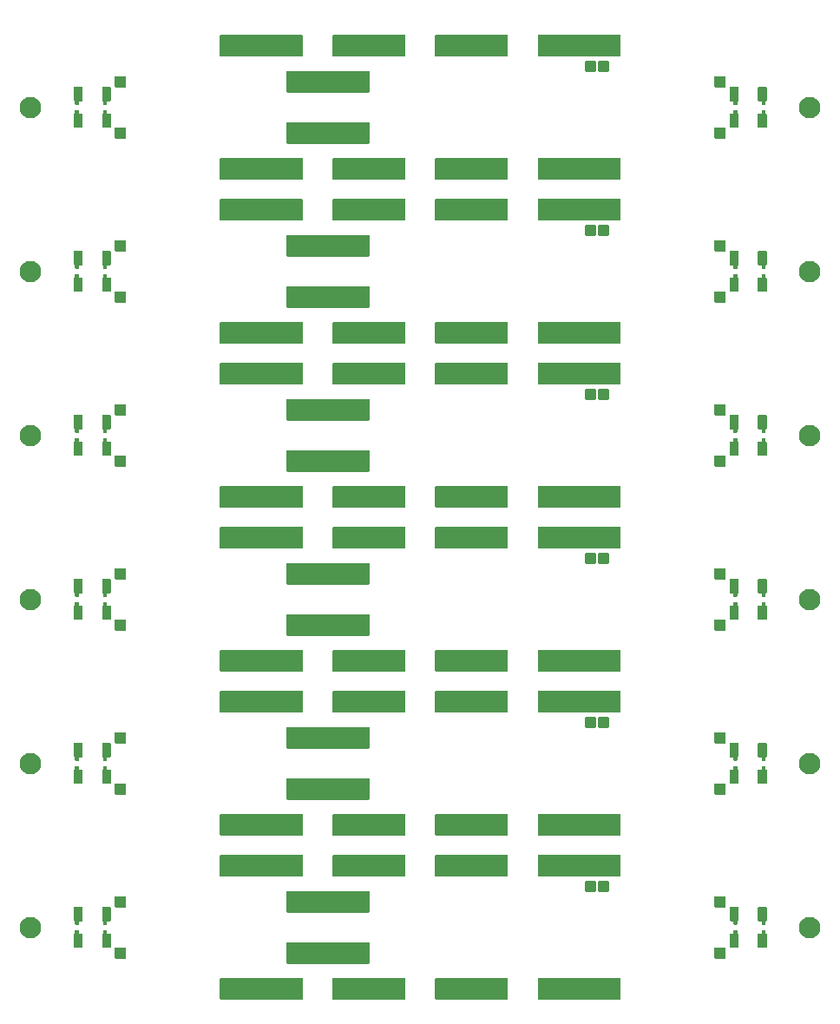
<source format=gbs>
%TF.GenerationSoftware,KiCad,Pcbnew,(5.1.9)-1*%
%TF.CreationDate,2021-04-24T22:34:30+09:00*%
%TF.ProjectId,motordecoder2-K3057,6d6f746f-7264-4656-936f-646572322d4b,rev?*%
%TF.SameCoordinates,Original*%
%TF.FileFunction,Soldermask,Bot*%
%TF.FilePolarity,Negative*%
%FSLAX46Y46*%
G04 Gerber Fmt 4.6, Leading zero omitted, Abs format (unit mm)*
G04 Created by KiCad (PCBNEW (5.1.9)-1) date 2021-04-24 22:34:30*
%MOMM*%
%LPD*%
G01*
G04 APERTURE LIST*
%ADD10C,2.100000*%
G04 APERTURE END LIST*
%TO.C,P28*%
G36*
G01*
X153950000Y-127500000D02*
X153950000Y-125500000D01*
G75*
G02*
X154000000Y-125450000I50000J0D01*
G01*
X162000000Y-125450000D01*
G75*
G02*
X162050000Y-125500000I0J-50000D01*
G01*
X162050000Y-127500000D01*
G75*
G02*
X162000000Y-127550000I-50000J0D01*
G01*
X154000000Y-127550000D01*
G75*
G02*
X153950000Y-127500000I0J50000D01*
G01*
G37*
%TD*%
%TO.C,P28*%
G36*
G01*
X153950000Y-111500000D02*
X153950000Y-109500000D01*
G75*
G02*
X154000000Y-109450000I50000J0D01*
G01*
X162000000Y-109450000D01*
G75*
G02*
X162050000Y-109500000I0J-50000D01*
G01*
X162050000Y-111500000D01*
G75*
G02*
X162000000Y-111550000I-50000J0D01*
G01*
X154000000Y-111550000D01*
G75*
G02*
X153950000Y-111500000I0J50000D01*
G01*
G37*
%TD*%
%TO.C,P28*%
G36*
G01*
X153950000Y-95500000D02*
X153950000Y-93500000D01*
G75*
G02*
X154000000Y-93450000I50000J0D01*
G01*
X162000000Y-93450000D01*
G75*
G02*
X162050000Y-93500000I0J-50000D01*
G01*
X162050000Y-95500000D01*
G75*
G02*
X162000000Y-95550000I-50000J0D01*
G01*
X154000000Y-95550000D01*
G75*
G02*
X153950000Y-95500000I0J50000D01*
G01*
G37*
%TD*%
%TO.C,P28*%
G36*
G01*
X153950000Y-79500000D02*
X153950000Y-77500000D01*
G75*
G02*
X154000000Y-77450000I50000J0D01*
G01*
X162000000Y-77450000D01*
G75*
G02*
X162050000Y-77500000I0J-50000D01*
G01*
X162050000Y-79500000D01*
G75*
G02*
X162000000Y-79550000I-50000J0D01*
G01*
X154000000Y-79550000D01*
G75*
G02*
X153950000Y-79500000I0J50000D01*
G01*
G37*
%TD*%
%TO.C,P28*%
G36*
G01*
X153950000Y-63500000D02*
X153950000Y-61500000D01*
G75*
G02*
X154000000Y-61450000I50000J0D01*
G01*
X162000000Y-61450000D01*
G75*
G02*
X162050000Y-61500000I0J-50000D01*
G01*
X162050000Y-63500000D01*
G75*
G02*
X162000000Y-63550000I-50000J0D01*
G01*
X154000000Y-63550000D01*
G75*
G02*
X153950000Y-63500000I0J50000D01*
G01*
G37*
%TD*%
%TO.C,P29*%
G36*
G01*
X129450000Y-119000000D02*
X129450000Y-117000000D01*
G75*
G02*
X129500000Y-116950000I50000J0D01*
G01*
X137500000Y-116950000D01*
G75*
G02*
X137550000Y-117000000I0J-50000D01*
G01*
X137550000Y-119000000D01*
G75*
G02*
X137500000Y-119050000I-50000J0D01*
G01*
X129500000Y-119050000D01*
G75*
G02*
X129450000Y-119000000I0J50000D01*
G01*
G37*
%TD*%
%TO.C,P29*%
G36*
G01*
X129450000Y-103000000D02*
X129450000Y-101000000D01*
G75*
G02*
X129500000Y-100950000I50000J0D01*
G01*
X137500000Y-100950000D01*
G75*
G02*
X137550000Y-101000000I0J-50000D01*
G01*
X137550000Y-103000000D01*
G75*
G02*
X137500000Y-103050000I-50000J0D01*
G01*
X129500000Y-103050000D01*
G75*
G02*
X129450000Y-103000000I0J50000D01*
G01*
G37*
%TD*%
%TO.C,P29*%
G36*
G01*
X129450000Y-87000000D02*
X129450000Y-85000000D01*
G75*
G02*
X129500000Y-84950000I50000J0D01*
G01*
X137500000Y-84950000D01*
G75*
G02*
X137550000Y-85000000I0J-50000D01*
G01*
X137550000Y-87000000D01*
G75*
G02*
X137500000Y-87050000I-50000J0D01*
G01*
X129500000Y-87050000D01*
G75*
G02*
X129450000Y-87000000I0J50000D01*
G01*
G37*
%TD*%
%TO.C,P29*%
G36*
G01*
X129450000Y-71000000D02*
X129450000Y-69000000D01*
G75*
G02*
X129500000Y-68950000I50000J0D01*
G01*
X137500000Y-68950000D01*
G75*
G02*
X137550000Y-69000000I0J-50000D01*
G01*
X137550000Y-71000000D01*
G75*
G02*
X137500000Y-71050000I-50000J0D01*
G01*
X129500000Y-71050000D01*
G75*
G02*
X129450000Y-71000000I0J50000D01*
G01*
G37*
%TD*%
%TO.C,P29*%
G36*
G01*
X129450000Y-55000000D02*
X129450000Y-53000000D01*
G75*
G02*
X129500000Y-52950000I50000J0D01*
G01*
X137500000Y-52950000D01*
G75*
G02*
X137550000Y-53000000I0J-50000D01*
G01*
X137550000Y-55000000D01*
G75*
G02*
X137500000Y-55050000I-50000J0D01*
G01*
X129500000Y-55050000D01*
G75*
G02*
X129450000Y-55000000I0J50000D01*
G01*
G37*
%TD*%
%TO.C,P24*%
G36*
G01*
X153950000Y-115500000D02*
X153950000Y-113500000D01*
G75*
G02*
X154000000Y-113450000I50000J0D01*
G01*
X162000000Y-113450000D01*
G75*
G02*
X162050000Y-113500000I0J-50000D01*
G01*
X162050000Y-115500000D01*
G75*
G02*
X162000000Y-115550000I-50000J0D01*
G01*
X154000000Y-115550000D01*
G75*
G02*
X153950000Y-115500000I0J50000D01*
G01*
G37*
%TD*%
%TO.C,P24*%
G36*
G01*
X153950000Y-99500000D02*
X153950000Y-97500000D01*
G75*
G02*
X154000000Y-97450000I50000J0D01*
G01*
X162000000Y-97450000D01*
G75*
G02*
X162050000Y-97500000I0J-50000D01*
G01*
X162050000Y-99500000D01*
G75*
G02*
X162000000Y-99550000I-50000J0D01*
G01*
X154000000Y-99550000D01*
G75*
G02*
X153950000Y-99500000I0J50000D01*
G01*
G37*
%TD*%
%TO.C,P24*%
G36*
G01*
X153950000Y-83500000D02*
X153950000Y-81500000D01*
G75*
G02*
X154000000Y-81450000I50000J0D01*
G01*
X162000000Y-81450000D01*
G75*
G02*
X162050000Y-81500000I0J-50000D01*
G01*
X162050000Y-83500000D01*
G75*
G02*
X162000000Y-83550000I-50000J0D01*
G01*
X154000000Y-83550000D01*
G75*
G02*
X153950000Y-83500000I0J50000D01*
G01*
G37*
%TD*%
%TO.C,P24*%
G36*
G01*
X153950000Y-67500000D02*
X153950000Y-65500000D01*
G75*
G02*
X154000000Y-65450000I50000J0D01*
G01*
X162000000Y-65450000D01*
G75*
G02*
X162050000Y-65500000I0J-50000D01*
G01*
X162050000Y-67500000D01*
G75*
G02*
X162000000Y-67550000I-50000J0D01*
G01*
X154000000Y-67550000D01*
G75*
G02*
X153950000Y-67500000I0J50000D01*
G01*
G37*
%TD*%
%TO.C,P24*%
G36*
G01*
X153950000Y-51500000D02*
X153950000Y-49500000D01*
G75*
G02*
X154000000Y-49450000I50000J0D01*
G01*
X162000000Y-49450000D01*
G75*
G02*
X162050000Y-49500000I0J-50000D01*
G01*
X162050000Y-51500000D01*
G75*
G02*
X162000000Y-51550000I-50000J0D01*
G01*
X154000000Y-51550000D01*
G75*
G02*
X153950000Y-51500000I0J50000D01*
G01*
G37*
%TD*%
%TO.C,P31*%
G36*
G01*
X129450000Y-124000000D02*
X129450000Y-122000000D01*
G75*
G02*
X129500000Y-121950000I50000J0D01*
G01*
X137500000Y-121950000D01*
G75*
G02*
X137550000Y-122000000I0J-50000D01*
G01*
X137550000Y-124000000D01*
G75*
G02*
X137500000Y-124050000I-50000J0D01*
G01*
X129500000Y-124050000D01*
G75*
G02*
X129450000Y-124000000I0J50000D01*
G01*
G37*
%TD*%
%TO.C,P31*%
G36*
G01*
X129450000Y-108000000D02*
X129450000Y-106000000D01*
G75*
G02*
X129500000Y-105950000I50000J0D01*
G01*
X137500000Y-105950000D01*
G75*
G02*
X137550000Y-106000000I0J-50000D01*
G01*
X137550000Y-108000000D01*
G75*
G02*
X137500000Y-108050000I-50000J0D01*
G01*
X129500000Y-108050000D01*
G75*
G02*
X129450000Y-108000000I0J50000D01*
G01*
G37*
%TD*%
%TO.C,P31*%
G36*
G01*
X129450000Y-92000000D02*
X129450000Y-90000000D01*
G75*
G02*
X129500000Y-89950000I50000J0D01*
G01*
X137500000Y-89950000D01*
G75*
G02*
X137550000Y-90000000I0J-50000D01*
G01*
X137550000Y-92000000D01*
G75*
G02*
X137500000Y-92050000I-50000J0D01*
G01*
X129500000Y-92050000D01*
G75*
G02*
X129450000Y-92000000I0J50000D01*
G01*
G37*
%TD*%
%TO.C,P31*%
G36*
G01*
X129450000Y-76000000D02*
X129450000Y-74000000D01*
G75*
G02*
X129500000Y-73950000I50000J0D01*
G01*
X137500000Y-73950000D01*
G75*
G02*
X137550000Y-74000000I0J-50000D01*
G01*
X137550000Y-76000000D01*
G75*
G02*
X137500000Y-76050000I-50000J0D01*
G01*
X129500000Y-76050000D01*
G75*
G02*
X129450000Y-76000000I0J50000D01*
G01*
G37*
%TD*%
%TO.C,P31*%
G36*
G01*
X129450000Y-60000000D02*
X129450000Y-58000000D01*
G75*
G02*
X129500000Y-57950000I50000J0D01*
G01*
X137500000Y-57950000D01*
G75*
G02*
X137550000Y-58000000I0J-50000D01*
G01*
X137550000Y-60000000D01*
G75*
G02*
X137500000Y-60050000I-50000J0D01*
G01*
X129500000Y-60050000D01*
G75*
G02*
X129450000Y-60000000I0J50000D01*
G01*
G37*
%TD*%
%TO.C,P26*%
G36*
G01*
X133950000Y-127500000D02*
X133950000Y-125500000D01*
G75*
G02*
X134000000Y-125450000I50000J0D01*
G01*
X141000000Y-125450000D01*
G75*
G02*
X141050000Y-125500000I0J-50000D01*
G01*
X141050000Y-127500000D01*
G75*
G02*
X141000000Y-127550000I-50000J0D01*
G01*
X134000000Y-127550000D01*
G75*
G02*
X133950000Y-127500000I0J50000D01*
G01*
G37*
%TD*%
%TO.C,P26*%
G36*
G01*
X133950000Y-111500000D02*
X133950000Y-109500000D01*
G75*
G02*
X134000000Y-109450000I50000J0D01*
G01*
X141000000Y-109450000D01*
G75*
G02*
X141050000Y-109500000I0J-50000D01*
G01*
X141050000Y-111500000D01*
G75*
G02*
X141000000Y-111550000I-50000J0D01*
G01*
X134000000Y-111550000D01*
G75*
G02*
X133950000Y-111500000I0J50000D01*
G01*
G37*
%TD*%
%TO.C,P26*%
G36*
G01*
X133950000Y-95500000D02*
X133950000Y-93500000D01*
G75*
G02*
X134000000Y-93450000I50000J0D01*
G01*
X141000000Y-93450000D01*
G75*
G02*
X141050000Y-93500000I0J-50000D01*
G01*
X141050000Y-95500000D01*
G75*
G02*
X141000000Y-95550000I-50000J0D01*
G01*
X134000000Y-95550000D01*
G75*
G02*
X133950000Y-95500000I0J50000D01*
G01*
G37*
%TD*%
%TO.C,P26*%
G36*
G01*
X133950000Y-79500000D02*
X133950000Y-77500000D01*
G75*
G02*
X134000000Y-77450000I50000J0D01*
G01*
X141000000Y-77450000D01*
G75*
G02*
X141050000Y-77500000I0J-50000D01*
G01*
X141050000Y-79500000D01*
G75*
G02*
X141000000Y-79550000I-50000J0D01*
G01*
X134000000Y-79550000D01*
G75*
G02*
X133950000Y-79500000I0J50000D01*
G01*
G37*
%TD*%
%TO.C,P26*%
G36*
G01*
X133950000Y-63500000D02*
X133950000Y-61500000D01*
G75*
G02*
X134000000Y-61450000I50000J0D01*
G01*
X141000000Y-61450000D01*
G75*
G02*
X141050000Y-61500000I0J-50000D01*
G01*
X141050000Y-63500000D01*
G75*
G02*
X141000000Y-63550000I-50000J0D01*
G01*
X134000000Y-63550000D01*
G75*
G02*
X133950000Y-63500000I0J50000D01*
G01*
G37*
%TD*%
%TO.C,P27*%
G36*
G01*
X143950000Y-127500000D02*
X143950000Y-125500000D01*
G75*
G02*
X144000000Y-125450000I50000J0D01*
G01*
X151000000Y-125450000D01*
G75*
G02*
X151050000Y-125500000I0J-50000D01*
G01*
X151050000Y-127500000D01*
G75*
G02*
X151000000Y-127550000I-50000J0D01*
G01*
X144000000Y-127550000D01*
G75*
G02*
X143950000Y-127500000I0J50000D01*
G01*
G37*
%TD*%
%TO.C,P27*%
G36*
G01*
X143950000Y-111500000D02*
X143950000Y-109500000D01*
G75*
G02*
X144000000Y-109450000I50000J0D01*
G01*
X151000000Y-109450000D01*
G75*
G02*
X151050000Y-109500000I0J-50000D01*
G01*
X151050000Y-111500000D01*
G75*
G02*
X151000000Y-111550000I-50000J0D01*
G01*
X144000000Y-111550000D01*
G75*
G02*
X143950000Y-111500000I0J50000D01*
G01*
G37*
%TD*%
%TO.C,P27*%
G36*
G01*
X143950000Y-95500000D02*
X143950000Y-93500000D01*
G75*
G02*
X144000000Y-93450000I50000J0D01*
G01*
X151000000Y-93450000D01*
G75*
G02*
X151050000Y-93500000I0J-50000D01*
G01*
X151050000Y-95500000D01*
G75*
G02*
X151000000Y-95550000I-50000J0D01*
G01*
X144000000Y-95550000D01*
G75*
G02*
X143950000Y-95500000I0J50000D01*
G01*
G37*
%TD*%
%TO.C,P27*%
G36*
G01*
X143950000Y-79500000D02*
X143950000Y-77500000D01*
G75*
G02*
X144000000Y-77450000I50000J0D01*
G01*
X151000000Y-77450000D01*
G75*
G02*
X151050000Y-77500000I0J-50000D01*
G01*
X151050000Y-79500000D01*
G75*
G02*
X151000000Y-79550000I-50000J0D01*
G01*
X144000000Y-79550000D01*
G75*
G02*
X143950000Y-79500000I0J50000D01*
G01*
G37*
%TD*%
%TO.C,P27*%
G36*
G01*
X143950000Y-63500000D02*
X143950000Y-61500000D01*
G75*
G02*
X144000000Y-61450000I50000J0D01*
G01*
X151000000Y-61450000D01*
G75*
G02*
X151050000Y-61500000I0J-50000D01*
G01*
X151050000Y-63500000D01*
G75*
G02*
X151000000Y-63550000I-50000J0D01*
G01*
X144000000Y-63550000D01*
G75*
G02*
X143950000Y-63500000I0J50000D01*
G01*
G37*
%TD*%
%TO.C,P25*%
G36*
G01*
X122950000Y-127500000D02*
X122950000Y-125500000D01*
G75*
G02*
X123000000Y-125450000I50000J0D01*
G01*
X131000000Y-125450000D01*
G75*
G02*
X131050000Y-125500000I0J-50000D01*
G01*
X131050000Y-127500000D01*
G75*
G02*
X131000000Y-127550000I-50000J0D01*
G01*
X123000000Y-127550000D01*
G75*
G02*
X122950000Y-127500000I0J50000D01*
G01*
G37*
%TD*%
%TO.C,P25*%
G36*
G01*
X122950000Y-111500000D02*
X122950000Y-109500000D01*
G75*
G02*
X123000000Y-109450000I50000J0D01*
G01*
X131000000Y-109450000D01*
G75*
G02*
X131050000Y-109500000I0J-50000D01*
G01*
X131050000Y-111500000D01*
G75*
G02*
X131000000Y-111550000I-50000J0D01*
G01*
X123000000Y-111550000D01*
G75*
G02*
X122950000Y-111500000I0J50000D01*
G01*
G37*
%TD*%
%TO.C,P25*%
G36*
G01*
X122950000Y-95500000D02*
X122950000Y-93500000D01*
G75*
G02*
X123000000Y-93450000I50000J0D01*
G01*
X131000000Y-93450000D01*
G75*
G02*
X131050000Y-93500000I0J-50000D01*
G01*
X131050000Y-95500000D01*
G75*
G02*
X131000000Y-95550000I-50000J0D01*
G01*
X123000000Y-95550000D01*
G75*
G02*
X122950000Y-95500000I0J50000D01*
G01*
G37*
%TD*%
%TO.C,P25*%
G36*
G01*
X122950000Y-79500000D02*
X122950000Y-77500000D01*
G75*
G02*
X123000000Y-77450000I50000J0D01*
G01*
X131000000Y-77450000D01*
G75*
G02*
X131050000Y-77500000I0J-50000D01*
G01*
X131050000Y-79500000D01*
G75*
G02*
X131000000Y-79550000I-50000J0D01*
G01*
X123000000Y-79550000D01*
G75*
G02*
X122950000Y-79500000I0J50000D01*
G01*
G37*
%TD*%
%TO.C,P25*%
G36*
G01*
X122950000Y-63500000D02*
X122950000Y-61500000D01*
G75*
G02*
X123000000Y-61450000I50000J0D01*
G01*
X131000000Y-61450000D01*
G75*
G02*
X131050000Y-61500000I0J-50000D01*
G01*
X131050000Y-63500000D01*
G75*
G02*
X131000000Y-63550000I-50000J0D01*
G01*
X123000000Y-63550000D01*
G75*
G02*
X122950000Y-63500000I0J50000D01*
G01*
G37*
%TD*%
%TO.C,D16*%
G36*
G01*
X111900000Y-120250000D02*
X111600000Y-120250000D01*
G75*
G02*
X111550000Y-120200000I0J50000D01*
G01*
X111550000Y-119700000D01*
G75*
G02*
X111600000Y-119650000I50000J0D01*
G01*
X111900000Y-119650000D01*
G75*
G02*
X111950000Y-119700000I0J-50000D01*
G01*
X111950000Y-120200000D01*
G75*
G02*
X111900000Y-120250000I-50000J0D01*
G01*
G37*
G36*
G01*
X111900000Y-121350000D02*
X111600000Y-121350000D01*
G75*
G02*
X111550000Y-121300000I0J50000D01*
G01*
X111550000Y-120800000D01*
G75*
G02*
X111600000Y-120750000I50000J0D01*
G01*
X111900000Y-120750000D01*
G75*
G02*
X111950000Y-120800000I0J-50000D01*
G01*
X111950000Y-121300000D01*
G75*
G02*
X111900000Y-121350000I-50000J0D01*
G01*
G37*
G36*
G01*
X112250000Y-119900000D02*
X111500000Y-119900000D01*
G75*
G02*
X111450000Y-119850000I0J50000D01*
G01*
X111450000Y-118550000D01*
G75*
G02*
X111500000Y-118500000I50000J0D01*
G01*
X112250000Y-118500000D01*
G75*
G02*
X112300000Y-118550000I0J-50000D01*
G01*
X112300000Y-119850000D01*
G75*
G02*
X112250000Y-119900000I-50000J0D01*
G01*
G37*
G36*
G01*
X112250000Y-122500000D02*
X111500000Y-122500000D01*
G75*
G02*
X111450000Y-122450000I0J50000D01*
G01*
X111450000Y-121150000D01*
G75*
G02*
X111500000Y-121100000I50000J0D01*
G01*
X112250000Y-121100000D01*
G75*
G02*
X112300000Y-121150000I0J-50000D01*
G01*
X112300000Y-122450000D01*
G75*
G02*
X112250000Y-122500000I-50000J0D01*
G01*
G37*
%TD*%
%TO.C,D16*%
G36*
G01*
X111900000Y-104250000D02*
X111600000Y-104250000D01*
G75*
G02*
X111550000Y-104200000I0J50000D01*
G01*
X111550000Y-103700000D01*
G75*
G02*
X111600000Y-103650000I50000J0D01*
G01*
X111900000Y-103650000D01*
G75*
G02*
X111950000Y-103700000I0J-50000D01*
G01*
X111950000Y-104200000D01*
G75*
G02*
X111900000Y-104250000I-50000J0D01*
G01*
G37*
G36*
G01*
X111900000Y-105350000D02*
X111600000Y-105350000D01*
G75*
G02*
X111550000Y-105300000I0J50000D01*
G01*
X111550000Y-104800000D01*
G75*
G02*
X111600000Y-104750000I50000J0D01*
G01*
X111900000Y-104750000D01*
G75*
G02*
X111950000Y-104800000I0J-50000D01*
G01*
X111950000Y-105300000D01*
G75*
G02*
X111900000Y-105350000I-50000J0D01*
G01*
G37*
G36*
G01*
X112250000Y-103900000D02*
X111500000Y-103900000D01*
G75*
G02*
X111450000Y-103850000I0J50000D01*
G01*
X111450000Y-102550000D01*
G75*
G02*
X111500000Y-102500000I50000J0D01*
G01*
X112250000Y-102500000D01*
G75*
G02*
X112300000Y-102550000I0J-50000D01*
G01*
X112300000Y-103850000D01*
G75*
G02*
X112250000Y-103900000I-50000J0D01*
G01*
G37*
G36*
G01*
X112250000Y-106500000D02*
X111500000Y-106500000D01*
G75*
G02*
X111450000Y-106450000I0J50000D01*
G01*
X111450000Y-105150000D01*
G75*
G02*
X111500000Y-105100000I50000J0D01*
G01*
X112250000Y-105100000D01*
G75*
G02*
X112300000Y-105150000I0J-50000D01*
G01*
X112300000Y-106450000D01*
G75*
G02*
X112250000Y-106500000I-50000J0D01*
G01*
G37*
%TD*%
%TO.C,D16*%
G36*
G01*
X111900000Y-88250000D02*
X111600000Y-88250000D01*
G75*
G02*
X111550000Y-88200000I0J50000D01*
G01*
X111550000Y-87700000D01*
G75*
G02*
X111600000Y-87650000I50000J0D01*
G01*
X111900000Y-87650000D01*
G75*
G02*
X111950000Y-87700000I0J-50000D01*
G01*
X111950000Y-88200000D01*
G75*
G02*
X111900000Y-88250000I-50000J0D01*
G01*
G37*
G36*
G01*
X111900000Y-89350000D02*
X111600000Y-89350000D01*
G75*
G02*
X111550000Y-89300000I0J50000D01*
G01*
X111550000Y-88800000D01*
G75*
G02*
X111600000Y-88750000I50000J0D01*
G01*
X111900000Y-88750000D01*
G75*
G02*
X111950000Y-88800000I0J-50000D01*
G01*
X111950000Y-89300000D01*
G75*
G02*
X111900000Y-89350000I-50000J0D01*
G01*
G37*
G36*
G01*
X112250000Y-87900000D02*
X111500000Y-87900000D01*
G75*
G02*
X111450000Y-87850000I0J50000D01*
G01*
X111450000Y-86550000D01*
G75*
G02*
X111500000Y-86500000I50000J0D01*
G01*
X112250000Y-86500000D01*
G75*
G02*
X112300000Y-86550000I0J-50000D01*
G01*
X112300000Y-87850000D01*
G75*
G02*
X112250000Y-87900000I-50000J0D01*
G01*
G37*
G36*
G01*
X112250000Y-90500000D02*
X111500000Y-90500000D01*
G75*
G02*
X111450000Y-90450000I0J50000D01*
G01*
X111450000Y-89150000D01*
G75*
G02*
X111500000Y-89100000I50000J0D01*
G01*
X112250000Y-89100000D01*
G75*
G02*
X112300000Y-89150000I0J-50000D01*
G01*
X112300000Y-90450000D01*
G75*
G02*
X112250000Y-90500000I-50000J0D01*
G01*
G37*
%TD*%
%TO.C,D16*%
G36*
G01*
X111900000Y-72250000D02*
X111600000Y-72250000D01*
G75*
G02*
X111550000Y-72200000I0J50000D01*
G01*
X111550000Y-71700000D01*
G75*
G02*
X111600000Y-71650000I50000J0D01*
G01*
X111900000Y-71650000D01*
G75*
G02*
X111950000Y-71700000I0J-50000D01*
G01*
X111950000Y-72200000D01*
G75*
G02*
X111900000Y-72250000I-50000J0D01*
G01*
G37*
G36*
G01*
X111900000Y-73350000D02*
X111600000Y-73350000D01*
G75*
G02*
X111550000Y-73300000I0J50000D01*
G01*
X111550000Y-72800000D01*
G75*
G02*
X111600000Y-72750000I50000J0D01*
G01*
X111900000Y-72750000D01*
G75*
G02*
X111950000Y-72800000I0J-50000D01*
G01*
X111950000Y-73300000D01*
G75*
G02*
X111900000Y-73350000I-50000J0D01*
G01*
G37*
G36*
G01*
X112250000Y-71900000D02*
X111500000Y-71900000D01*
G75*
G02*
X111450000Y-71850000I0J50000D01*
G01*
X111450000Y-70550000D01*
G75*
G02*
X111500000Y-70500000I50000J0D01*
G01*
X112250000Y-70500000D01*
G75*
G02*
X112300000Y-70550000I0J-50000D01*
G01*
X112300000Y-71850000D01*
G75*
G02*
X112250000Y-71900000I-50000J0D01*
G01*
G37*
G36*
G01*
X112250000Y-74500000D02*
X111500000Y-74500000D01*
G75*
G02*
X111450000Y-74450000I0J50000D01*
G01*
X111450000Y-73150000D01*
G75*
G02*
X111500000Y-73100000I50000J0D01*
G01*
X112250000Y-73100000D01*
G75*
G02*
X112300000Y-73150000I0J-50000D01*
G01*
X112300000Y-74450000D01*
G75*
G02*
X112250000Y-74500000I-50000J0D01*
G01*
G37*
%TD*%
%TO.C,D16*%
G36*
G01*
X111900000Y-56250000D02*
X111600000Y-56250000D01*
G75*
G02*
X111550000Y-56200000I0J50000D01*
G01*
X111550000Y-55700000D01*
G75*
G02*
X111600000Y-55650000I50000J0D01*
G01*
X111900000Y-55650000D01*
G75*
G02*
X111950000Y-55700000I0J-50000D01*
G01*
X111950000Y-56200000D01*
G75*
G02*
X111900000Y-56250000I-50000J0D01*
G01*
G37*
G36*
G01*
X111900000Y-57350000D02*
X111600000Y-57350000D01*
G75*
G02*
X111550000Y-57300000I0J50000D01*
G01*
X111550000Y-56800000D01*
G75*
G02*
X111600000Y-56750000I50000J0D01*
G01*
X111900000Y-56750000D01*
G75*
G02*
X111950000Y-56800000I0J-50000D01*
G01*
X111950000Y-57300000D01*
G75*
G02*
X111900000Y-57350000I-50000J0D01*
G01*
G37*
G36*
G01*
X112250000Y-55900000D02*
X111500000Y-55900000D01*
G75*
G02*
X111450000Y-55850000I0J50000D01*
G01*
X111450000Y-54550000D01*
G75*
G02*
X111500000Y-54500000I50000J0D01*
G01*
X112250000Y-54500000D01*
G75*
G02*
X112300000Y-54550000I0J-50000D01*
G01*
X112300000Y-55850000D01*
G75*
G02*
X112250000Y-55900000I-50000J0D01*
G01*
G37*
G36*
G01*
X112250000Y-58500000D02*
X111500000Y-58500000D01*
G75*
G02*
X111450000Y-58450000I0J50000D01*
G01*
X111450000Y-57150000D01*
G75*
G02*
X111500000Y-57100000I50000J0D01*
G01*
X112250000Y-57100000D01*
G75*
G02*
X112300000Y-57150000I0J-50000D01*
G01*
X112300000Y-58450000D01*
G75*
G02*
X112250000Y-58500000I-50000J0D01*
G01*
G37*
%TD*%
%TO.C,D15*%
G36*
G01*
X173100000Y-120750000D02*
X173400000Y-120750000D01*
G75*
G02*
X173450000Y-120800000I0J-50000D01*
G01*
X173450000Y-121300000D01*
G75*
G02*
X173400000Y-121350000I-50000J0D01*
G01*
X173100000Y-121350000D01*
G75*
G02*
X173050000Y-121300000I0J50000D01*
G01*
X173050000Y-120800000D01*
G75*
G02*
X173100000Y-120750000I50000J0D01*
G01*
G37*
G36*
G01*
X173100000Y-119650000D02*
X173400000Y-119650000D01*
G75*
G02*
X173450000Y-119700000I0J-50000D01*
G01*
X173450000Y-120200000D01*
G75*
G02*
X173400000Y-120250000I-50000J0D01*
G01*
X173100000Y-120250000D01*
G75*
G02*
X173050000Y-120200000I0J50000D01*
G01*
X173050000Y-119700000D01*
G75*
G02*
X173100000Y-119650000I50000J0D01*
G01*
G37*
G36*
G01*
X172750000Y-121100000D02*
X173500000Y-121100000D01*
G75*
G02*
X173550000Y-121150000I0J-50000D01*
G01*
X173550000Y-122450000D01*
G75*
G02*
X173500000Y-122500000I-50000J0D01*
G01*
X172750000Y-122500000D01*
G75*
G02*
X172700000Y-122450000I0J50000D01*
G01*
X172700000Y-121150000D01*
G75*
G02*
X172750000Y-121100000I50000J0D01*
G01*
G37*
G36*
G01*
X172750000Y-118500000D02*
X173500000Y-118500000D01*
G75*
G02*
X173550000Y-118550000I0J-50000D01*
G01*
X173550000Y-119850000D01*
G75*
G02*
X173500000Y-119900000I-50000J0D01*
G01*
X172750000Y-119900000D01*
G75*
G02*
X172700000Y-119850000I0J50000D01*
G01*
X172700000Y-118550000D01*
G75*
G02*
X172750000Y-118500000I50000J0D01*
G01*
G37*
%TD*%
%TO.C,D15*%
G36*
G01*
X173100000Y-104750000D02*
X173400000Y-104750000D01*
G75*
G02*
X173450000Y-104800000I0J-50000D01*
G01*
X173450000Y-105300000D01*
G75*
G02*
X173400000Y-105350000I-50000J0D01*
G01*
X173100000Y-105350000D01*
G75*
G02*
X173050000Y-105300000I0J50000D01*
G01*
X173050000Y-104800000D01*
G75*
G02*
X173100000Y-104750000I50000J0D01*
G01*
G37*
G36*
G01*
X173100000Y-103650000D02*
X173400000Y-103650000D01*
G75*
G02*
X173450000Y-103700000I0J-50000D01*
G01*
X173450000Y-104200000D01*
G75*
G02*
X173400000Y-104250000I-50000J0D01*
G01*
X173100000Y-104250000D01*
G75*
G02*
X173050000Y-104200000I0J50000D01*
G01*
X173050000Y-103700000D01*
G75*
G02*
X173100000Y-103650000I50000J0D01*
G01*
G37*
G36*
G01*
X172750000Y-105100000D02*
X173500000Y-105100000D01*
G75*
G02*
X173550000Y-105150000I0J-50000D01*
G01*
X173550000Y-106450000D01*
G75*
G02*
X173500000Y-106500000I-50000J0D01*
G01*
X172750000Y-106500000D01*
G75*
G02*
X172700000Y-106450000I0J50000D01*
G01*
X172700000Y-105150000D01*
G75*
G02*
X172750000Y-105100000I50000J0D01*
G01*
G37*
G36*
G01*
X172750000Y-102500000D02*
X173500000Y-102500000D01*
G75*
G02*
X173550000Y-102550000I0J-50000D01*
G01*
X173550000Y-103850000D01*
G75*
G02*
X173500000Y-103900000I-50000J0D01*
G01*
X172750000Y-103900000D01*
G75*
G02*
X172700000Y-103850000I0J50000D01*
G01*
X172700000Y-102550000D01*
G75*
G02*
X172750000Y-102500000I50000J0D01*
G01*
G37*
%TD*%
%TO.C,D15*%
G36*
G01*
X173100000Y-88750000D02*
X173400000Y-88750000D01*
G75*
G02*
X173450000Y-88800000I0J-50000D01*
G01*
X173450000Y-89300000D01*
G75*
G02*
X173400000Y-89350000I-50000J0D01*
G01*
X173100000Y-89350000D01*
G75*
G02*
X173050000Y-89300000I0J50000D01*
G01*
X173050000Y-88800000D01*
G75*
G02*
X173100000Y-88750000I50000J0D01*
G01*
G37*
G36*
G01*
X173100000Y-87650000D02*
X173400000Y-87650000D01*
G75*
G02*
X173450000Y-87700000I0J-50000D01*
G01*
X173450000Y-88200000D01*
G75*
G02*
X173400000Y-88250000I-50000J0D01*
G01*
X173100000Y-88250000D01*
G75*
G02*
X173050000Y-88200000I0J50000D01*
G01*
X173050000Y-87700000D01*
G75*
G02*
X173100000Y-87650000I50000J0D01*
G01*
G37*
G36*
G01*
X172750000Y-89100000D02*
X173500000Y-89100000D01*
G75*
G02*
X173550000Y-89150000I0J-50000D01*
G01*
X173550000Y-90450000D01*
G75*
G02*
X173500000Y-90500000I-50000J0D01*
G01*
X172750000Y-90500000D01*
G75*
G02*
X172700000Y-90450000I0J50000D01*
G01*
X172700000Y-89150000D01*
G75*
G02*
X172750000Y-89100000I50000J0D01*
G01*
G37*
G36*
G01*
X172750000Y-86500000D02*
X173500000Y-86500000D01*
G75*
G02*
X173550000Y-86550000I0J-50000D01*
G01*
X173550000Y-87850000D01*
G75*
G02*
X173500000Y-87900000I-50000J0D01*
G01*
X172750000Y-87900000D01*
G75*
G02*
X172700000Y-87850000I0J50000D01*
G01*
X172700000Y-86550000D01*
G75*
G02*
X172750000Y-86500000I50000J0D01*
G01*
G37*
%TD*%
%TO.C,D15*%
G36*
G01*
X173100000Y-72750000D02*
X173400000Y-72750000D01*
G75*
G02*
X173450000Y-72800000I0J-50000D01*
G01*
X173450000Y-73300000D01*
G75*
G02*
X173400000Y-73350000I-50000J0D01*
G01*
X173100000Y-73350000D01*
G75*
G02*
X173050000Y-73300000I0J50000D01*
G01*
X173050000Y-72800000D01*
G75*
G02*
X173100000Y-72750000I50000J0D01*
G01*
G37*
G36*
G01*
X173100000Y-71650000D02*
X173400000Y-71650000D01*
G75*
G02*
X173450000Y-71700000I0J-50000D01*
G01*
X173450000Y-72200000D01*
G75*
G02*
X173400000Y-72250000I-50000J0D01*
G01*
X173100000Y-72250000D01*
G75*
G02*
X173050000Y-72200000I0J50000D01*
G01*
X173050000Y-71700000D01*
G75*
G02*
X173100000Y-71650000I50000J0D01*
G01*
G37*
G36*
G01*
X172750000Y-73100000D02*
X173500000Y-73100000D01*
G75*
G02*
X173550000Y-73150000I0J-50000D01*
G01*
X173550000Y-74450000D01*
G75*
G02*
X173500000Y-74500000I-50000J0D01*
G01*
X172750000Y-74500000D01*
G75*
G02*
X172700000Y-74450000I0J50000D01*
G01*
X172700000Y-73150000D01*
G75*
G02*
X172750000Y-73100000I50000J0D01*
G01*
G37*
G36*
G01*
X172750000Y-70500000D02*
X173500000Y-70500000D01*
G75*
G02*
X173550000Y-70550000I0J-50000D01*
G01*
X173550000Y-71850000D01*
G75*
G02*
X173500000Y-71900000I-50000J0D01*
G01*
X172750000Y-71900000D01*
G75*
G02*
X172700000Y-71850000I0J50000D01*
G01*
X172700000Y-70550000D01*
G75*
G02*
X172750000Y-70500000I50000J0D01*
G01*
G37*
%TD*%
%TO.C,D15*%
G36*
G01*
X173100000Y-56750000D02*
X173400000Y-56750000D01*
G75*
G02*
X173450000Y-56800000I0J-50000D01*
G01*
X173450000Y-57300000D01*
G75*
G02*
X173400000Y-57350000I-50000J0D01*
G01*
X173100000Y-57350000D01*
G75*
G02*
X173050000Y-57300000I0J50000D01*
G01*
X173050000Y-56800000D01*
G75*
G02*
X173100000Y-56750000I50000J0D01*
G01*
G37*
G36*
G01*
X173100000Y-55650000D02*
X173400000Y-55650000D01*
G75*
G02*
X173450000Y-55700000I0J-50000D01*
G01*
X173450000Y-56200000D01*
G75*
G02*
X173400000Y-56250000I-50000J0D01*
G01*
X173100000Y-56250000D01*
G75*
G02*
X173050000Y-56200000I0J50000D01*
G01*
X173050000Y-55700000D01*
G75*
G02*
X173100000Y-55650000I50000J0D01*
G01*
G37*
G36*
G01*
X172750000Y-57100000D02*
X173500000Y-57100000D01*
G75*
G02*
X173550000Y-57150000I0J-50000D01*
G01*
X173550000Y-58450000D01*
G75*
G02*
X173500000Y-58500000I-50000J0D01*
G01*
X172750000Y-58500000D01*
G75*
G02*
X172700000Y-58450000I0J50000D01*
G01*
X172700000Y-57150000D01*
G75*
G02*
X172750000Y-57100000I50000J0D01*
G01*
G37*
G36*
G01*
X172750000Y-54500000D02*
X173500000Y-54500000D01*
G75*
G02*
X173550000Y-54550000I0J-50000D01*
G01*
X173550000Y-55850000D01*
G75*
G02*
X173500000Y-55900000I-50000J0D01*
G01*
X172750000Y-55900000D01*
G75*
G02*
X172700000Y-55850000I0J50000D01*
G01*
X172700000Y-54550000D01*
G75*
G02*
X172750000Y-54500000I50000J0D01*
G01*
G37*
%TD*%
%TO.C,D14*%
G36*
G01*
X175850000Y-120750000D02*
X176150000Y-120750000D01*
G75*
G02*
X176200000Y-120800000I0J-50000D01*
G01*
X176200000Y-121300000D01*
G75*
G02*
X176150000Y-121350000I-50000J0D01*
G01*
X175850000Y-121350000D01*
G75*
G02*
X175800000Y-121300000I0J50000D01*
G01*
X175800000Y-120800000D01*
G75*
G02*
X175850000Y-120750000I50000J0D01*
G01*
G37*
G36*
G01*
X175850000Y-119650000D02*
X176150000Y-119650000D01*
G75*
G02*
X176200000Y-119700000I0J-50000D01*
G01*
X176200000Y-120200000D01*
G75*
G02*
X176150000Y-120250000I-50000J0D01*
G01*
X175850000Y-120250000D01*
G75*
G02*
X175800000Y-120200000I0J50000D01*
G01*
X175800000Y-119700000D01*
G75*
G02*
X175850000Y-119650000I50000J0D01*
G01*
G37*
G36*
G01*
X175500000Y-121100000D02*
X176250000Y-121100000D01*
G75*
G02*
X176300000Y-121150000I0J-50000D01*
G01*
X176300000Y-122450000D01*
G75*
G02*
X176250000Y-122500000I-50000J0D01*
G01*
X175500000Y-122500000D01*
G75*
G02*
X175450000Y-122450000I0J50000D01*
G01*
X175450000Y-121150000D01*
G75*
G02*
X175500000Y-121100000I50000J0D01*
G01*
G37*
G36*
G01*
X175500000Y-118500000D02*
X176250000Y-118500000D01*
G75*
G02*
X176300000Y-118550000I0J-50000D01*
G01*
X176300000Y-119850000D01*
G75*
G02*
X176250000Y-119900000I-50000J0D01*
G01*
X175500000Y-119900000D01*
G75*
G02*
X175450000Y-119850000I0J50000D01*
G01*
X175450000Y-118550000D01*
G75*
G02*
X175500000Y-118500000I50000J0D01*
G01*
G37*
%TD*%
%TO.C,D14*%
G36*
G01*
X175850000Y-104750000D02*
X176150000Y-104750000D01*
G75*
G02*
X176200000Y-104800000I0J-50000D01*
G01*
X176200000Y-105300000D01*
G75*
G02*
X176150000Y-105350000I-50000J0D01*
G01*
X175850000Y-105350000D01*
G75*
G02*
X175800000Y-105300000I0J50000D01*
G01*
X175800000Y-104800000D01*
G75*
G02*
X175850000Y-104750000I50000J0D01*
G01*
G37*
G36*
G01*
X175850000Y-103650000D02*
X176150000Y-103650000D01*
G75*
G02*
X176200000Y-103700000I0J-50000D01*
G01*
X176200000Y-104200000D01*
G75*
G02*
X176150000Y-104250000I-50000J0D01*
G01*
X175850000Y-104250000D01*
G75*
G02*
X175800000Y-104200000I0J50000D01*
G01*
X175800000Y-103700000D01*
G75*
G02*
X175850000Y-103650000I50000J0D01*
G01*
G37*
G36*
G01*
X175500000Y-105100000D02*
X176250000Y-105100000D01*
G75*
G02*
X176300000Y-105150000I0J-50000D01*
G01*
X176300000Y-106450000D01*
G75*
G02*
X176250000Y-106500000I-50000J0D01*
G01*
X175500000Y-106500000D01*
G75*
G02*
X175450000Y-106450000I0J50000D01*
G01*
X175450000Y-105150000D01*
G75*
G02*
X175500000Y-105100000I50000J0D01*
G01*
G37*
G36*
G01*
X175500000Y-102500000D02*
X176250000Y-102500000D01*
G75*
G02*
X176300000Y-102550000I0J-50000D01*
G01*
X176300000Y-103850000D01*
G75*
G02*
X176250000Y-103900000I-50000J0D01*
G01*
X175500000Y-103900000D01*
G75*
G02*
X175450000Y-103850000I0J50000D01*
G01*
X175450000Y-102550000D01*
G75*
G02*
X175500000Y-102500000I50000J0D01*
G01*
G37*
%TD*%
%TO.C,D14*%
G36*
G01*
X175850000Y-88750000D02*
X176150000Y-88750000D01*
G75*
G02*
X176200000Y-88800000I0J-50000D01*
G01*
X176200000Y-89300000D01*
G75*
G02*
X176150000Y-89350000I-50000J0D01*
G01*
X175850000Y-89350000D01*
G75*
G02*
X175800000Y-89300000I0J50000D01*
G01*
X175800000Y-88800000D01*
G75*
G02*
X175850000Y-88750000I50000J0D01*
G01*
G37*
G36*
G01*
X175850000Y-87650000D02*
X176150000Y-87650000D01*
G75*
G02*
X176200000Y-87700000I0J-50000D01*
G01*
X176200000Y-88200000D01*
G75*
G02*
X176150000Y-88250000I-50000J0D01*
G01*
X175850000Y-88250000D01*
G75*
G02*
X175800000Y-88200000I0J50000D01*
G01*
X175800000Y-87700000D01*
G75*
G02*
X175850000Y-87650000I50000J0D01*
G01*
G37*
G36*
G01*
X175500000Y-89100000D02*
X176250000Y-89100000D01*
G75*
G02*
X176300000Y-89150000I0J-50000D01*
G01*
X176300000Y-90450000D01*
G75*
G02*
X176250000Y-90500000I-50000J0D01*
G01*
X175500000Y-90500000D01*
G75*
G02*
X175450000Y-90450000I0J50000D01*
G01*
X175450000Y-89150000D01*
G75*
G02*
X175500000Y-89100000I50000J0D01*
G01*
G37*
G36*
G01*
X175500000Y-86500000D02*
X176250000Y-86500000D01*
G75*
G02*
X176300000Y-86550000I0J-50000D01*
G01*
X176300000Y-87850000D01*
G75*
G02*
X176250000Y-87900000I-50000J0D01*
G01*
X175500000Y-87900000D01*
G75*
G02*
X175450000Y-87850000I0J50000D01*
G01*
X175450000Y-86550000D01*
G75*
G02*
X175500000Y-86500000I50000J0D01*
G01*
G37*
%TD*%
%TO.C,D14*%
G36*
G01*
X175850000Y-72750000D02*
X176150000Y-72750000D01*
G75*
G02*
X176200000Y-72800000I0J-50000D01*
G01*
X176200000Y-73300000D01*
G75*
G02*
X176150000Y-73350000I-50000J0D01*
G01*
X175850000Y-73350000D01*
G75*
G02*
X175800000Y-73300000I0J50000D01*
G01*
X175800000Y-72800000D01*
G75*
G02*
X175850000Y-72750000I50000J0D01*
G01*
G37*
G36*
G01*
X175850000Y-71650000D02*
X176150000Y-71650000D01*
G75*
G02*
X176200000Y-71700000I0J-50000D01*
G01*
X176200000Y-72200000D01*
G75*
G02*
X176150000Y-72250000I-50000J0D01*
G01*
X175850000Y-72250000D01*
G75*
G02*
X175800000Y-72200000I0J50000D01*
G01*
X175800000Y-71700000D01*
G75*
G02*
X175850000Y-71650000I50000J0D01*
G01*
G37*
G36*
G01*
X175500000Y-73100000D02*
X176250000Y-73100000D01*
G75*
G02*
X176300000Y-73150000I0J-50000D01*
G01*
X176300000Y-74450000D01*
G75*
G02*
X176250000Y-74500000I-50000J0D01*
G01*
X175500000Y-74500000D01*
G75*
G02*
X175450000Y-74450000I0J50000D01*
G01*
X175450000Y-73150000D01*
G75*
G02*
X175500000Y-73100000I50000J0D01*
G01*
G37*
G36*
G01*
X175500000Y-70500000D02*
X176250000Y-70500000D01*
G75*
G02*
X176300000Y-70550000I0J-50000D01*
G01*
X176300000Y-71850000D01*
G75*
G02*
X176250000Y-71900000I-50000J0D01*
G01*
X175500000Y-71900000D01*
G75*
G02*
X175450000Y-71850000I0J50000D01*
G01*
X175450000Y-70550000D01*
G75*
G02*
X175500000Y-70500000I50000J0D01*
G01*
G37*
%TD*%
%TO.C,D14*%
G36*
G01*
X175850000Y-56750000D02*
X176150000Y-56750000D01*
G75*
G02*
X176200000Y-56800000I0J-50000D01*
G01*
X176200000Y-57300000D01*
G75*
G02*
X176150000Y-57350000I-50000J0D01*
G01*
X175850000Y-57350000D01*
G75*
G02*
X175800000Y-57300000I0J50000D01*
G01*
X175800000Y-56800000D01*
G75*
G02*
X175850000Y-56750000I50000J0D01*
G01*
G37*
G36*
G01*
X175850000Y-55650000D02*
X176150000Y-55650000D01*
G75*
G02*
X176200000Y-55700000I0J-50000D01*
G01*
X176200000Y-56200000D01*
G75*
G02*
X176150000Y-56250000I-50000J0D01*
G01*
X175850000Y-56250000D01*
G75*
G02*
X175800000Y-56200000I0J50000D01*
G01*
X175800000Y-55700000D01*
G75*
G02*
X175850000Y-55650000I50000J0D01*
G01*
G37*
G36*
G01*
X175500000Y-57100000D02*
X176250000Y-57100000D01*
G75*
G02*
X176300000Y-57150000I0J-50000D01*
G01*
X176300000Y-58450000D01*
G75*
G02*
X176250000Y-58500000I-50000J0D01*
G01*
X175500000Y-58500000D01*
G75*
G02*
X175450000Y-58450000I0J50000D01*
G01*
X175450000Y-57150000D01*
G75*
G02*
X175500000Y-57100000I50000J0D01*
G01*
G37*
G36*
G01*
X175500000Y-54500000D02*
X176250000Y-54500000D01*
G75*
G02*
X176300000Y-54550000I0J-50000D01*
G01*
X176300000Y-55850000D01*
G75*
G02*
X176250000Y-55900000I-50000J0D01*
G01*
X175500000Y-55900000D01*
G75*
G02*
X175450000Y-55850000I0J50000D01*
G01*
X175450000Y-54550000D01*
G75*
G02*
X175500000Y-54500000I50000J0D01*
G01*
G37*
%TD*%
%TO.C,D13*%
G36*
G01*
X109500000Y-122500000D02*
X108750000Y-122500000D01*
G75*
G02*
X108700000Y-122450000I0J50000D01*
G01*
X108700000Y-121150000D01*
G75*
G02*
X108750000Y-121100000I50000J0D01*
G01*
X109500000Y-121100000D01*
G75*
G02*
X109550000Y-121150000I0J-50000D01*
G01*
X109550000Y-122450000D01*
G75*
G02*
X109500000Y-122500000I-50000J0D01*
G01*
G37*
G36*
G01*
X109500000Y-119900000D02*
X108750000Y-119900000D01*
G75*
G02*
X108700000Y-119850000I0J50000D01*
G01*
X108700000Y-118550000D01*
G75*
G02*
X108750000Y-118500000I50000J0D01*
G01*
X109500000Y-118500000D01*
G75*
G02*
X109550000Y-118550000I0J-50000D01*
G01*
X109550000Y-119850000D01*
G75*
G02*
X109500000Y-119900000I-50000J0D01*
G01*
G37*
G36*
G01*
X109150000Y-121350000D02*
X108850000Y-121350000D01*
G75*
G02*
X108800000Y-121300000I0J50000D01*
G01*
X108800000Y-120800000D01*
G75*
G02*
X108850000Y-120750000I50000J0D01*
G01*
X109150000Y-120750000D01*
G75*
G02*
X109200000Y-120800000I0J-50000D01*
G01*
X109200000Y-121300000D01*
G75*
G02*
X109150000Y-121350000I-50000J0D01*
G01*
G37*
G36*
G01*
X109150000Y-120250000D02*
X108850000Y-120250000D01*
G75*
G02*
X108800000Y-120200000I0J50000D01*
G01*
X108800000Y-119700000D01*
G75*
G02*
X108850000Y-119650000I50000J0D01*
G01*
X109150000Y-119650000D01*
G75*
G02*
X109200000Y-119700000I0J-50000D01*
G01*
X109200000Y-120200000D01*
G75*
G02*
X109150000Y-120250000I-50000J0D01*
G01*
G37*
%TD*%
%TO.C,D13*%
G36*
G01*
X109500000Y-106500000D02*
X108750000Y-106500000D01*
G75*
G02*
X108700000Y-106450000I0J50000D01*
G01*
X108700000Y-105150000D01*
G75*
G02*
X108750000Y-105100000I50000J0D01*
G01*
X109500000Y-105100000D01*
G75*
G02*
X109550000Y-105150000I0J-50000D01*
G01*
X109550000Y-106450000D01*
G75*
G02*
X109500000Y-106500000I-50000J0D01*
G01*
G37*
G36*
G01*
X109500000Y-103900000D02*
X108750000Y-103900000D01*
G75*
G02*
X108700000Y-103850000I0J50000D01*
G01*
X108700000Y-102550000D01*
G75*
G02*
X108750000Y-102500000I50000J0D01*
G01*
X109500000Y-102500000D01*
G75*
G02*
X109550000Y-102550000I0J-50000D01*
G01*
X109550000Y-103850000D01*
G75*
G02*
X109500000Y-103900000I-50000J0D01*
G01*
G37*
G36*
G01*
X109150000Y-105350000D02*
X108850000Y-105350000D01*
G75*
G02*
X108800000Y-105300000I0J50000D01*
G01*
X108800000Y-104800000D01*
G75*
G02*
X108850000Y-104750000I50000J0D01*
G01*
X109150000Y-104750000D01*
G75*
G02*
X109200000Y-104800000I0J-50000D01*
G01*
X109200000Y-105300000D01*
G75*
G02*
X109150000Y-105350000I-50000J0D01*
G01*
G37*
G36*
G01*
X109150000Y-104250000D02*
X108850000Y-104250000D01*
G75*
G02*
X108800000Y-104200000I0J50000D01*
G01*
X108800000Y-103700000D01*
G75*
G02*
X108850000Y-103650000I50000J0D01*
G01*
X109150000Y-103650000D01*
G75*
G02*
X109200000Y-103700000I0J-50000D01*
G01*
X109200000Y-104200000D01*
G75*
G02*
X109150000Y-104250000I-50000J0D01*
G01*
G37*
%TD*%
%TO.C,D13*%
G36*
G01*
X109500000Y-90500000D02*
X108750000Y-90500000D01*
G75*
G02*
X108700000Y-90450000I0J50000D01*
G01*
X108700000Y-89150000D01*
G75*
G02*
X108750000Y-89100000I50000J0D01*
G01*
X109500000Y-89100000D01*
G75*
G02*
X109550000Y-89150000I0J-50000D01*
G01*
X109550000Y-90450000D01*
G75*
G02*
X109500000Y-90500000I-50000J0D01*
G01*
G37*
G36*
G01*
X109500000Y-87900000D02*
X108750000Y-87900000D01*
G75*
G02*
X108700000Y-87850000I0J50000D01*
G01*
X108700000Y-86550000D01*
G75*
G02*
X108750000Y-86500000I50000J0D01*
G01*
X109500000Y-86500000D01*
G75*
G02*
X109550000Y-86550000I0J-50000D01*
G01*
X109550000Y-87850000D01*
G75*
G02*
X109500000Y-87900000I-50000J0D01*
G01*
G37*
G36*
G01*
X109150000Y-89350000D02*
X108850000Y-89350000D01*
G75*
G02*
X108800000Y-89300000I0J50000D01*
G01*
X108800000Y-88800000D01*
G75*
G02*
X108850000Y-88750000I50000J0D01*
G01*
X109150000Y-88750000D01*
G75*
G02*
X109200000Y-88800000I0J-50000D01*
G01*
X109200000Y-89300000D01*
G75*
G02*
X109150000Y-89350000I-50000J0D01*
G01*
G37*
G36*
G01*
X109150000Y-88250000D02*
X108850000Y-88250000D01*
G75*
G02*
X108800000Y-88200000I0J50000D01*
G01*
X108800000Y-87700000D01*
G75*
G02*
X108850000Y-87650000I50000J0D01*
G01*
X109150000Y-87650000D01*
G75*
G02*
X109200000Y-87700000I0J-50000D01*
G01*
X109200000Y-88200000D01*
G75*
G02*
X109150000Y-88250000I-50000J0D01*
G01*
G37*
%TD*%
%TO.C,D13*%
G36*
G01*
X109500000Y-74500000D02*
X108750000Y-74500000D01*
G75*
G02*
X108700000Y-74450000I0J50000D01*
G01*
X108700000Y-73150000D01*
G75*
G02*
X108750000Y-73100000I50000J0D01*
G01*
X109500000Y-73100000D01*
G75*
G02*
X109550000Y-73150000I0J-50000D01*
G01*
X109550000Y-74450000D01*
G75*
G02*
X109500000Y-74500000I-50000J0D01*
G01*
G37*
G36*
G01*
X109500000Y-71900000D02*
X108750000Y-71900000D01*
G75*
G02*
X108700000Y-71850000I0J50000D01*
G01*
X108700000Y-70550000D01*
G75*
G02*
X108750000Y-70500000I50000J0D01*
G01*
X109500000Y-70500000D01*
G75*
G02*
X109550000Y-70550000I0J-50000D01*
G01*
X109550000Y-71850000D01*
G75*
G02*
X109500000Y-71900000I-50000J0D01*
G01*
G37*
G36*
G01*
X109150000Y-73350000D02*
X108850000Y-73350000D01*
G75*
G02*
X108800000Y-73300000I0J50000D01*
G01*
X108800000Y-72800000D01*
G75*
G02*
X108850000Y-72750000I50000J0D01*
G01*
X109150000Y-72750000D01*
G75*
G02*
X109200000Y-72800000I0J-50000D01*
G01*
X109200000Y-73300000D01*
G75*
G02*
X109150000Y-73350000I-50000J0D01*
G01*
G37*
G36*
G01*
X109150000Y-72250000D02*
X108850000Y-72250000D01*
G75*
G02*
X108800000Y-72200000I0J50000D01*
G01*
X108800000Y-71700000D01*
G75*
G02*
X108850000Y-71650000I50000J0D01*
G01*
X109150000Y-71650000D01*
G75*
G02*
X109200000Y-71700000I0J-50000D01*
G01*
X109200000Y-72200000D01*
G75*
G02*
X109150000Y-72250000I-50000J0D01*
G01*
G37*
%TD*%
%TO.C,D13*%
G36*
G01*
X109500000Y-58500000D02*
X108750000Y-58500000D01*
G75*
G02*
X108700000Y-58450000I0J50000D01*
G01*
X108700000Y-57150000D01*
G75*
G02*
X108750000Y-57100000I50000J0D01*
G01*
X109500000Y-57100000D01*
G75*
G02*
X109550000Y-57150000I0J-50000D01*
G01*
X109550000Y-58450000D01*
G75*
G02*
X109500000Y-58500000I-50000J0D01*
G01*
G37*
G36*
G01*
X109500000Y-55900000D02*
X108750000Y-55900000D01*
G75*
G02*
X108700000Y-55850000I0J50000D01*
G01*
X108700000Y-54550000D01*
G75*
G02*
X108750000Y-54500000I50000J0D01*
G01*
X109500000Y-54500000D01*
G75*
G02*
X109550000Y-54550000I0J-50000D01*
G01*
X109550000Y-55850000D01*
G75*
G02*
X109500000Y-55900000I-50000J0D01*
G01*
G37*
G36*
G01*
X109150000Y-57350000D02*
X108850000Y-57350000D01*
G75*
G02*
X108800000Y-57300000I0J50000D01*
G01*
X108800000Y-56800000D01*
G75*
G02*
X108850000Y-56750000I50000J0D01*
G01*
X109150000Y-56750000D01*
G75*
G02*
X109200000Y-56800000I0J-50000D01*
G01*
X109200000Y-57300000D01*
G75*
G02*
X109150000Y-57350000I-50000J0D01*
G01*
G37*
G36*
G01*
X109150000Y-56250000D02*
X108850000Y-56250000D01*
G75*
G02*
X108800000Y-56200000I0J50000D01*
G01*
X108800000Y-55700000D01*
G75*
G02*
X108850000Y-55650000I50000J0D01*
G01*
X109150000Y-55650000D01*
G75*
G02*
X109200000Y-55700000I0J-50000D01*
G01*
X109200000Y-56200000D01*
G75*
G02*
X109150000Y-56250000I-50000J0D01*
G01*
G37*
%TD*%
%TO.C,P22*%
G36*
G01*
X133950000Y-115500000D02*
X133950000Y-113500000D01*
G75*
G02*
X134000000Y-113450000I50000J0D01*
G01*
X141000000Y-113450000D01*
G75*
G02*
X141050000Y-113500000I0J-50000D01*
G01*
X141050000Y-115500000D01*
G75*
G02*
X141000000Y-115550000I-50000J0D01*
G01*
X134000000Y-115550000D01*
G75*
G02*
X133950000Y-115500000I0J50000D01*
G01*
G37*
%TD*%
%TO.C,P22*%
G36*
G01*
X133950000Y-99500000D02*
X133950000Y-97500000D01*
G75*
G02*
X134000000Y-97450000I50000J0D01*
G01*
X141000000Y-97450000D01*
G75*
G02*
X141050000Y-97500000I0J-50000D01*
G01*
X141050000Y-99500000D01*
G75*
G02*
X141000000Y-99550000I-50000J0D01*
G01*
X134000000Y-99550000D01*
G75*
G02*
X133950000Y-99500000I0J50000D01*
G01*
G37*
%TD*%
%TO.C,P22*%
G36*
G01*
X133950000Y-83500000D02*
X133950000Y-81500000D01*
G75*
G02*
X134000000Y-81450000I50000J0D01*
G01*
X141000000Y-81450000D01*
G75*
G02*
X141050000Y-81500000I0J-50000D01*
G01*
X141050000Y-83500000D01*
G75*
G02*
X141000000Y-83550000I-50000J0D01*
G01*
X134000000Y-83550000D01*
G75*
G02*
X133950000Y-83500000I0J50000D01*
G01*
G37*
%TD*%
%TO.C,P22*%
G36*
G01*
X133950000Y-67500000D02*
X133950000Y-65500000D01*
G75*
G02*
X134000000Y-65450000I50000J0D01*
G01*
X141000000Y-65450000D01*
G75*
G02*
X141050000Y-65500000I0J-50000D01*
G01*
X141050000Y-67500000D01*
G75*
G02*
X141000000Y-67550000I-50000J0D01*
G01*
X134000000Y-67550000D01*
G75*
G02*
X133950000Y-67500000I0J50000D01*
G01*
G37*
%TD*%
%TO.C,P22*%
G36*
G01*
X133950000Y-51500000D02*
X133950000Y-49500000D01*
G75*
G02*
X134000000Y-49450000I50000J0D01*
G01*
X141000000Y-49450000D01*
G75*
G02*
X141050000Y-49500000I0J-50000D01*
G01*
X141050000Y-51500000D01*
G75*
G02*
X141000000Y-51550000I-50000J0D01*
G01*
X134000000Y-51550000D01*
G75*
G02*
X133950000Y-51500000I0J50000D01*
G01*
G37*
%TD*%
%TO.C,P21*%
G36*
G01*
X122950000Y-115500000D02*
X122950000Y-113500000D01*
G75*
G02*
X123000000Y-113450000I50000J0D01*
G01*
X131000000Y-113450000D01*
G75*
G02*
X131050000Y-113500000I0J-50000D01*
G01*
X131050000Y-115500000D01*
G75*
G02*
X131000000Y-115550000I-50000J0D01*
G01*
X123000000Y-115550000D01*
G75*
G02*
X122950000Y-115500000I0J50000D01*
G01*
G37*
%TD*%
%TO.C,P21*%
G36*
G01*
X122950000Y-99500000D02*
X122950000Y-97500000D01*
G75*
G02*
X123000000Y-97450000I50000J0D01*
G01*
X131000000Y-97450000D01*
G75*
G02*
X131050000Y-97500000I0J-50000D01*
G01*
X131050000Y-99500000D01*
G75*
G02*
X131000000Y-99550000I-50000J0D01*
G01*
X123000000Y-99550000D01*
G75*
G02*
X122950000Y-99500000I0J50000D01*
G01*
G37*
%TD*%
%TO.C,P21*%
G36*
G01*
X122950000Y-83500000D02*
X122950000Y-81500000D01*
G75*
G02*
X123000000Y-81450000I50000J0D01*
G01*
X131000000Y-81450000D01*
G75*
G02*
X131050000Y-81500000I0J-50000D01*
G01*
X131050000Y-83500000D01*
G75*
G02*
X131000000Y-83550000I-50000J0D01*
G01*
X123000000Y-83550000D01*
G75*
G02*
X122950000Y-83500000I0J50000D01*
G01*
G37*
%TD*%
%TO.C,P21*%
G36*
G01*
X122950000Y-67500000D02*
X122950000Y-65500000D01*
G75*
G02*
X123000000Y-65450000I50000J0D01*
G01*
X131000000Y-65450000D01*
G75*
G02*
X131050000Y-65500000I0J-50000D01*
G01*
X131050000Y-67500000D01*
G75*
G02*
X131000000Y-67550000I-50000J0D01*
G01*
X123000000Y-67550000D01*
G75*
G02*
X122950000Y-67500000I0J50000D01*
G01*
G37*
%TD*%
%TO.C,P21*%
G36*
G01*
X122950000Y-51500000D02*
X122950000Y-49500000D01*
G75*
G02*
X123000000Y-49450000I50000J0D01*
G01*
X131000000Y-49450000D01*
G75*
G02*
X131050000Y-49500000I0J-50000D01*
G01*
X131050000Y-51500000D01*
G75*
G02*
X131000000Y-51550000I-50000J0D01*
G01*
X123000000Y-51550000D01*
G75*
G02*
X122950000Y-51500000I0J50000D01*
G01*
G37*
%TD*%
%TO.C,J14*%
G36*
G01*
X112700000Y-123500000D02*
X112700000Y-122500000D01*
G75*
G02*
X112750000Y-122450000I50000J0D01*
G01*
X113750000Y-122450000D01*
G75*
G02*
X113800000Y-122500000I0J-50000D01*
G01*
X113800000Y-123500000D01*
G75*
G02*
X113750000Y-123550000I-50000J0D01*
G01*
X112750000Y-123550000D01*
G75*
G02*
X112700000Y-123500000I0J50000D01*
G01*
G37*
%TD*%
%TO.C,J14*%
G36*
G01*
X112700000Y-107500000D02*
X112700000Y-106500000D01*
G75*
G02*
X112750000Y-106450000I50000J0D01*
G01*
X113750000Y-106450000D01*
G75*
G02*
X113800000Y-106500000I0J-50000D01*
G01*
X113800000Y-107500000D01*
G75*
G02*
X113750000Y-107550000I-50000J0D01*
G01*
X112750000Y-107550000D01*
G75*
G02*
X112700000Y-107500000I0J50000D01*
G01*
G37*
%TD*%
%TO.C,J14*%
G36*
G01*
X112700000Y-91500000D02*
X112700000Y-90500000D01*
G75*
G02*
X112750000Y-90450000I50000J0D01*
G01*
X113750000Y-90450000D01*
G75*
G02*
X113800000Y-90500000I0J-50000D01*
G01*
X113800000Y-91500000D01*
G75*
G02*
X113750000Y-91550000I-50000J0D01*
G01*
X112750000Y-91550000D01*
G75*
G02*
X112700000Y-91500000I0J50000D01*
G01*
G37*
%TD*%
%TO.C,J14*%
G36*
G01*
X112700000Y-75500000D02*
X112700000Y-74500000D01*
G75*
G02*
X112750000Y-74450000I50000J0D01*
G01*
X113750000Y-74450000D01*
G75*
G02*
X113800000Y-74500000I0J-50000D01*
G01*
X113800000Y-75500000D01*
G75*
G02*
X113750000Y-75550000I-50000J0D01*
G01*
X112750000Y-75550000D01*
G75*
G02*
X112700000Y-75500000I0J50000D01*
G01*
G37*
%TD*%
%TO.C,J14*%
G36*
G01*
X112700000Y-59500000D02*
X112700000Y-58500000D01*
G75*
G02*
X112750000Y-58450000I50000J0D01*
G01*
X113750000Y-58450000D01*
G75*
G02*
X113800000Y-58500000I0J-50000D01*
G01*
X113800000Y-59500000D01*
G75*
G02*
X113750000Y-59550000I-50000J0D01*
G01*
X112750000Y-59550000D01*
G75*
G02*
X112700000Y-59500000I0J50000D01*
G01*
G37*
%TD*%
%TO.C,J18*%
G36*
G01*
X112700000Y-118500000D02*
X112700000Y-117500000D01*
G75*
G02*
X112750000Y-117450000I50000J0D01*
G01*
X113750000Y-117450000D01*
G75*
G02*
X113800000Y-117500000I0J-50000D01*
G01*
X113800000Y-118500000D01*
G75*
G02*
X113750000Y-118550000I-50000J0D01*
G01*
X112750000Y-118550000D01*
G75*
G02*
X112700000Y-118500000I0J50000D01*
G01*
G37*
%TD*%
%TO.C,J18*%
G36*
G01*
X112700000Y-102500000D02*
X112700000Y-101500000D01*
G75*
G02*
X112750000Y-101450000I50000J0D01*
G01*
X113750000Y-101450000D01*
G75*
G02*
X113800000Y-101500000I0J-50000D01*
G01*
X113800000Y-102500000D01*
G75*
G02*
X113750000Y-102550000I-50000J0D01*
G01*
X112750000Y-102550000D01*
G75*
G02*
X112700000Y-102500000I0J50000D01*
G01*
G37*
%TD*%
%TO.C,J18*%
G36*
G01*
X112700000Y-86500000D02*
X112700000Y-85500000D01*
G75*
G02*
X112750000Y-85450000I50000J0D01*
G01*
X113750000Y-85450000D01*
G75*
G02*
X113800000Y-85500000I0J-50000D01*
G01*
X113800000Y-86500000D01*
G75*
G02*
X113750000Y-86550000I-50000J0D01*
G01*
X112750000Y-86550000D01*
G75*
G02*
X112700000Y-86500000I0J50000D01*
G01*
G37*
%TD*%
%TO.C,J18*%
G36*
G01*
X112700000Y-70500000D02*
X112700000Y-69500000D01*
G75*
G02*
X112750000Y-69450000I50000J0D01*
G01*
X113750000Y-69450000D01*
G75*
G02*
X113800000Y-69500000I0J-50000D01*
G01*
X113800000Y-70500000D01*
G75*
G02*
X113750000Y-70550000I-50000J0D01*
G01*
X112750000Y-70550000D01*
G75*
G02*
X112700000Y-70500000I0J50000D01*
G01*
G37*
%TD*%
%TO.C,J18*%
G36*
G01*
X112700000Y-54500000D02*
X112700000Y-53500000D01*
G75*
G02*
X112750000Y-53450000I50000J0D01*
G01*
X113750000Y-53450000D01*
G75*
G02*
X113800000Y-53500000I0J-50000D01*
G01*
X113800000Y-54500000D01*
G75*
G02*
X113750000Y-54550000I-50000J0D01*
G01*
X112750000Y-54550000D01*
G75*
G02*
X112700000Y-54500000I0J50000D01*
G01*
G37*
%TD*%
%TO.C,J16*%
G36*
G01*
X171200000Y-118500000D02*
X171200000Y-117500000D01*
G75*
G02*
X171250000Y-117450000I50000J0D01*
G01*
X172250000Y-117450000D01*
G75*
G02*
X172300000Y-117500000I0J-50000D01*
G01*
X172300000Y-118500000D01*
G75*
G02*
X172250000Y-118550000I-50000J0D01*
G01*
X171250000Y-118550000D01*
G75*
G02*
X171200000Y-118500000I0J50000D01*
G01*
G37*
%TD*%
%TO.C,J16*%
G36*
G01*
X171200000Y-102500000D02*
X171200000Y-101500000D01*
G75*
G02*
X171250000Y-101450000I50000J0D01*
G01*
X172250000Y-101450000D01*
G75*
G02*
X172300000Y-101500000I0J-50000D01*
G01*
X172300000Y-102500000D01*
G75*
G02*
X172250000Y-102550000I-50000J0D01*
G01*
X171250000Y-102550000D01*
G75*
G02*
X171200000Y-102500000I0J50000D01*
G01*
G37*
%TD*%
%TO.C,J16*%
G36*
G01*
X171200000Y-86500000D02*
X171200000Y-85500000D01*
G75*
G02*
X171250000Y-85450000I50000J0D01*
G01*
X172250000Y-85450000D01*
G75*
G02*
X172300000Y-85500000I0J-50000D01*
G01*
X172300000Y-86500000D01*
G75*
G02*
X172250000Y-86550000I-50000J0D01*
G01*
X171250000Y-86550000D01*
G75*
G02*
X171200000Y-86500000I0J50000D01*
G01*
G37*
%TD*%
%TO.C,J16*%
G36*
G01*
X171200000Y-70500000D02*
X171200000Y-69500000D01*
G75*
G02*
X171250000Y-69450000I50000J0D01*
G01*
X172250000Y-69450000D01*
G75*
G02*
X172300000Y-69500000I0J-50000D01*
G01*
X172300000Y-70500000D01*
G75*
G02*
X172250000Y-70550000I-50000J0D01*
G01*
X171250000Y-70550000D01*
G75*
G02*
X171200000Y-70500000I0J50000D01*
G01*
G37*
%TD*%
%TO.C,J16*%
G36*
G01*
X171200000Y-54500000D02*
X171200000Y-53500000D01*
G75*
G02*
X171250000Y-53450000I50000J0D01*
G01*
X172250000Y-53450000D01*
G75*
G02*
X172300000Y-53500000I0J-50000D01*
G01*
X172300000Y-54500000D01*
G75*
G02*
X172250000Y-54550000I-50000J0D01*
G01*
X171250000Y-54550000D01*
G75*
G02*
X171200000Y-54500000I0J50000D01*
G01*
G37*
%TD*%
%TO.C,J12*%
G36*
G01*
X171200000Y-123500000D02*
X171200000Y-122500000D01*
G75*
G02*
X171250000Y-122450000I50000J0D01*
G01*
X172250000Y-122450000D01*
G75*
G02*
X172300000Y-122500000I0J-50000D01*
G01*
X172300000Y-123500000D01*
G75*
G02*
X172250000Y-123550000I-50000J0D01*
G01*
X171250000Y-123550000D01*
G75*
G02*
X171200000Y-123500000I0J50000D01*
G01*
G37*
%TD*%
%TO.C,J12*%
G36*
G01*
X171200000Y-107500000D02*
X171200000Y-106500000D01*
G75*
G02*
X171250000Y-106450000I50000J0D01*
G01*
X172250000Y-106450000D01*
G75*
G02*
X172300000Y-106500000I0J-50000D01*
G01*
X172300000Y-107500000D01*
G75*
G02*
X172250000Y-107550000I-50000J0D01*
G01*
X171250000Y-107550000D01*
G75*
G02*
X171200000Y-107500000I0J50000D01*
G01*
G37*
%TD*%
%TO.C,J12*%
G36*
G01*
X171200000Y-91500000D02*
X171200000Y-90500000D01*
G75*
G02*
X171250000Y-90450000I50000J0D01*
G01*
X172250000Y-90450000D01*
G75*
G02*
X172300000Y-90500000I0J-50000D01*
G01*
X172300000Y-91500000D01*
G75*
G02*
X172250000Y-91550000I-50000J0D01*
G01*
X171250000Y-91550000D01*
G75*
G02*
X171200000Y-91500000I0J50000D01*
G01*
G37*
%TD*%
%TO.C,J12*%
G36*
G01*
X171200000Y-75500000D02*
X171200000Y-74500000D01*
G75*
G02*
X171250000Y-74450000I50000J0D01*
G01*
X172250000Y-74450000D01*
G75*
G02*
X172300000Y-74500000I0J-50000D01*
G01*
X172300000Y-75500000D01*
G75*
G02*
X172250000Y-75550000I-50000J0D01*
G01*
X171250000Y-75550000D01*
G75*
G02*
X171200000Y-75500000I0J50000D01*
G01*
G37*
%TD*%
%TO.C,J12*%
G36*
G01*
X171200000Y-59500000D02*
X171200000Y-58500000D01*
G75*
G02*
X171250000Y-58450000I50000J0D01*
G01*
X172250000Y-58450000D01*
G75*
G02*
X172300000Y-58500000I0J-50000D01*
G01*
X172300000Y-59500000D01*
G75*
G02*
X172250000Y-59550000I-50000J0D01*
G01*
X171250000Y-59550000D01*
G75*
G02*
X171200000Y-59500000I0J50000D01*
G01*
G37*
%TD*%
%TO.C,P9*%
G36*
G01*
X159860000Y-116975000D02*
X159860000Y-116025000D01*
G75*
G02*
X159910000Y-115975000I50000J0D01*
G01*
X160860000Y-115975000D01*
G75*
G02*
X160910000Y-116025000I0J-50000D01*
G01*
X160910000Y-116975000D01*
G75*
G02*
X160860000Y-117025000I-50000J0D01*
G01*
X159910000Y-117025000D01*
G75*
G02*
X159860000Y-116975000I0J50000D01*
G01*
G37*
G36*
G01*
X158590000Y-116975000D02*
X158590000Y-116025000D01*
G75*
G02*
X158640000Y-115975000I50000J0D01*
G01*
X159590000Y-115975000D01*
G75*
G02*
X159640000Y-116025000I0J-50000D01*
G01*
X159640000Y-116975000D01*
G75*
G02*
X159590000Y-117025000I-50000J0D01*
G01*
X158640000Y-117025000D01*
G75*
G02*
X158590000Y-116975000I0J50000D01*
G01*
G37*
%TD*%
%TO.C,P9*%
G36*
G01*
X159860000Y-100975000D02*
X159860000Y-100025000D01*
G75*
G02*
X159910000Y-99975000I50000J0D01*
G01*
X160860000Y-99975000D01*
G75*
G02*
X160910000Y-100025000I0J-50000D01*
G01*
X160910000Y-100975000D01*
G75*
G02*
X160860000Y-101025000I-50000J0D01*
G01*
X159910000Y-101025000D01*
G75*
G02*
X159860000Y-100975000I0J50000D01*
G01*
G37*
G36*
G01*
X158590000Y-100975000D02*
X158590000Y-100025000D01*
G75*
G02*
X158640000Y-99975000I50000J0D01*
G01*
X159590000Y-99975000D01*
G75*
G02*
X159640000Y-100025000I0J-50000D01*
G01*
X159640000Y-100975000D01*
G75*
G02*
X159590000Y-101025000I-50000J0D01*
G01*
X158640000Y-101025000D01*
G75*
G02*
X158590000Y-100975000I0J50000D01*
G01*
G37*
%TD*%
%TO.C,P9*%
G36*
G01*
X159860000Y-84975000D02*
X159860000Y-84025000D01*
G75*
G02*
X159910000Y-83975000I50000J0D01*
G01*
X160860000Y-83975000D01*
G75*
G02*
X160910000Y-84025000I0J-50000D01*
G01*
X160910000Y-84975000D01*
G75*
G02*
X160860000Y-85025000I-50000J0D01*
G01*
X159910000Y-85025000D01*
G75*
G02*
X159860000Y-84975000I0J50000D01*
G01*
G37*
G36*
G01*
X158590000Y-84975000D02*
X158590000Y-84025000D01*
G75*
G02*
X158640000Y-83975000I50000J0D01*
G01*
X159590000Y-83975000D01*
G75*
G02*
X159640000Y-84025000I0J-50000D01*
G01*
X159640000Y-84975000D01*
G75*
G02*
X159590000Y-85025000I-50000J0D01*
G01*
X158640000Y-85025000D01*
G75*
G02*
X158590000Y-84975000I0J50000D01*
G01*
G37*
%TD*%
%TO.C,P9*%
G36*
G01*
X159860000Y-68975000D02*
X159860000Y-68025000D01*
G75*
G02*
X159910000Y-67975000I50000J0D01*
G01*
X160860000Y-67975000D01*
G75*
G02*
X160910000Y-68025000I0J-50000D01*
G01*
X160910000Y-68975000D01*
G75*
G02*
X160860000Y-69025000I-50000J0D01*
G01*
X159910000Y-69025000D01*
G75*
G02*
X159860000Y-68975000I0J50000D01*
G01*
G37*
G36*
G01*
X158590000Y-68975000D02*
X158590000Y-68025000D01*
G75*
G02*
X158640000Y-67975000I50000J0D01*
G01*
X159590000Y-67975000D01*
G75*
G02*
X159640000Y-68025000I0J-50000D01*
G01*
X159640000Y-68975000D01*
G75*
G02*
X159590000Y-69025000I-50000J0D01*
G01*
X158640000Y-69025000D01*
G75*
G02*
X158590000Y-68975000I0J50000D01*
G01*
G37*
%TD*%
%TO.C,P9*%
G36*
G01*
X159860000Y-52975000D02*
X159860000Y-52025000D01*
G75*
G02*
X159910000Y-51975000I50000J0D01*
G01*
X160860000Y-51975000D01*
G75*
G02*
X160910000Y-52025000I0J-50000D01*
G01*
X160910000Y-52975000D01*
G75*
G02*
X160860000Y-53025000I-50000J0D01*
G01*
X159910000Y-53025000D01*
G75*
G02*
X159860000Y-52975000I0J50000D01*
G01*
G37*
G36*
G01*
X158590000Y-52975000D02*
X158590000Y-52025000D01*
G75*
G02*
X158640000Y-51975000I50000J0D01*
G01*
X159590000Y-51975000D01*
G75*
G02*
X159640000Y-52025000I0J-50000D01*
G01*
X159640000Y-52975000D01*
G75*
G02*
X159590000Y-53025000I-50000J0D01*
G01*
X158640000Y-53025000D01*
G75*
G02*
X158590000Y-52975000I0J50000D01*
G01*
G37*
%TD*%
%TO.C,P23*%
G36*
G01*
X143950000Y-115500000D02*
X143950000Y-113500000D01*
G75*
G02*
X144000000Y-113450000I50000J0D01*
G01*
X151000000Y-113450000D01*
G75*
G02*
X151050000Y-113500000I0J-50000D01*
G01*
X151050000Y-115500000D01*
G75*
G02*
X151000000Y-115550000I-50000J0D01*
G01*
X144000000Y-115550000D01*
G75*
G02*
X143950000Y-115500000I0J50000D01*
G01*
G37*
%TD*%
%TO.C,P23*%
G36*
G01*
X143950000Y-99500000D02*
X143950000Y-97500000D01*
G75*
G02*
X144000000Y-97450000I50000J0D01*
G01*
X151000000Y-97450000D01*
G75*
G02*
X151050000Y-97500000I0J-50000D01*
G01*
X151050000Y-99500000D01*
G75*
G02*
X151000000Y-99550000I-50000J0D01*
G01*
X144000000Y-99550000D01*
G75*
G02*
X143950000Y-99500000I0J50000D01*
G01*
G37*
%TD*%
%TO.C,P23*%
G36*
G01*
X143950000Y-83500000D02*
X143950000Y-81500000D01*
G75*
G02*
X144000000Y-81450000I50000J0D01*
G01*
X151000000Y-81450000D01*
G75*
G02*
X151050000Y-81500000I0J-50000D01*
G01*
X151050000Y-83500000D01*
G75*
G02*
X151000000Y-83550000I-50000J0D01*
G01*
X144000000Y-83550000D01*
G75*
G02*
X143950000Y-83500000I0J50000D01*
G01*
G37*
%TD*%
%TO.C,P23*%
G36*
G01*
X143950000Y-67500000D02*
X143950000Y-65500000D01*
G75*
G02*
X144000000Y-65450000I50000J0D01*
G01*
X151000000Y-65450000D01*
G75*
G02*
X151050000Y-65500000I0J-50000D01*
G01*
X151050000Y-67500000D01*
G75*
G02*
X151000000Y-67550000I-50000J0D01*
G01*
X144000000Y-67550000D01*
G75*
G02*
X143950000Y-67500000I0J50000D01*
G01*
G37*
%TD*%
%TO.C,P23*%
G36*
G01*
X143950000Y-51500000D02*
X143950000Y-49500000D01*
G75*
G02*
X144000000Y-49450000I50000J0D01*
G01*
X151000000Y-49450000D01*
G75*
G02*
X151050000Y-49500000I0J-50000D01*
G01*
X151050000Y-51500000D01*
G75*
G02*
X151000000Y-51550000I-50000J0D01*
G01*
X144000000Y-51550000D01*
G75*
G02*
X143950000Y-51500000I0J50000D01*
G01*
G37*
%TD*%
D10*
%TO.C,REF\u002A\u002A*%
X104500000Y-120500000D03*
%TD*%
%TO.C,REF\u002A\u002A*%
X104500000Y-104500000D03*
%TD*%
%TO.C,REF\u002A\u002A*%
X104500000Y-88500000D03*
%TD*%
%TO.C,REF\u002A\u002A*%
X104500000Y-72500000D03*
%TD*%
%TO.C,REF\u002A\u002A*%
X104500000Y-56500000D03*
%TD*%
%TO.C,REF\u002A\u002A*%
X180500000Y-120500000D03*
%TD*%
%TO.C,REF\u002A\u002A*%
X180500000Y-104500000D03*
%TD*%
%TO.C,REF\u002A\u002A*%
X180500000Y-88500000D03*
%TD*%
%TO.C,REF\u002A\u002A*%
X180500000Y-72500000D03*
%TD*%
%TO.C,REF\u002A\u002A*%
X180500000Y-56500000D03*
%TD*%
%TO.C,REF\u002A\u002A*%
X180500000Y-40500000D03*
%TD*%
%TO.C,REF\u002A\u002A*%
X104500000Y-40500000D03*
%TD*%
%TO.C,J12*%
G36*
G01*
X171200000Y-43500000D02*
X171200000Y-42500000D01*
G75*
G02*
X171250000Y-42450000I50000J0D01*
G01*
X172250000Y-42450000D01*
G75*
G02*
X172300000Y-42500000I0J-50000D01*
G01*
X172300000Y-43500000D01*
G75*
G02*
X172250000Y-43550000I-50000J0D01*
G01*
X171250000Y-43550000D01*
G75*
G02*
X171200000Y-43500000I0J50000D01*
G01*
G37*
%TD*%
%TO.C,J14*%
G36*
G01*
X112700000Y-43500000D02*
X112700000Y-42500000D01*
G75*
G02*
X112750000Y-42450000I50000J0D01*
G01*
X113750000Y-42450000D01*
G75*
G02*
X113800000Y-42500000I0J-50000D01*
G01*
X113800000Y-43500000D01*
G75*
G02*
X113750000Y-43550000I-50000J0D01*
G01*
X112750000Y-43550000D01*
G75*
G02*
X112700000Y-43500000I0J50000D01*
G01*
G37*
%TD*%
%TO.C,J16*%
G36*
G01*
X171200000Y-38500000D02*
X171200000Y-37500000D01*
G75*
G02*
X171250000Y-37450000I50000J0D01*
G01*
X172250000Y-37450000D01*
G75*
G02*
X172300000Y-37500000I0J-50000D01*
G01*
X172300000Y-38500000D01*
G75*
G02*
X172250000Y-38550000I-50000J0D01*
G01*
X171250000Y-38550000D01*
G75*
G02*
X171200000Y-38500000I0J50000D01*
G01*
G37*
%TD*%
%TO.C,J18*%
G36*
G01*
X112700000Y-38500000D02*
X112700000Y-37500000D01*
G75*
G02*
X112750000Y-37450000I50000J0D01*
G01*
X113750000Y-37450000D01*
G75*
G02*
X113800000Y-37500000I0J-50000D01*
G01*
X113800000Y-38500000D01*
G75*
G02*
X113750000Y-38550000I-50000J0D01*
G01*
X112750000Y-38550000D01*
G75*
G02*
X112700000Y-38500000I0J50000D01*
G01*
G37*
%TD*%
%TO.C,P9*%
G36*
G01*
X158590000Y-36975000D02*
X158590000Y-36025000D01*
G75*
G02*
X158640000Y-35975000I50000J0D01*
G01*
X159590000Y-35975000D01*
G75*
G02*
X159640000Y-36025000I0J-50000D01*
G01*
X159640000Y-36975000D01*
G75*
G02*
X159590000Y-37025000I-50000J0D01*
G01*
X158640000Y-37025000D01*
G75*
G02*
X158590000Y-36975000I0J50000D01*
G01*
G37*
G36*
G01*
X159860000Y-36975000D02*
X159860000Y-36025000D01*
G75*
G02*
X159910000Y-35975000I50000J0D01*
G01*
X160860000Y-35975000D01*
G75*
G02*
X160910000Y-36025000I0J-50000D01*
G01*
X160910000Y-36975000D01*
G75*
G02*
X160860000Y-37025000I-50000J0D01*
G01*
X159910000Y-37025000D01*
G75*
G02*
X159860000Y-36975000I0J50000D01*
G01*
G37*
%TD*%
%TO.C,P21*%
G36*
G01*
X122950000Y-35500000D02*
X122950000Y-33500000D01*
G75*
G02*
X123000000Y-33450000I50000J0D01*
G01*
X131000000Y-33450000D01*
G75*
G02*
X131050000Y-33500000I0J-50000D01*
G01*
X131050000Y-35500000D01*
G75*
G02*
X131000000Y-35550000I-50000J0D01*
G01*
X123000000Y-35550000D01*
G75*
G02*
X122950000Y-35500000I0J50000D01*
G01*
G37*
%TD*%
%TO.C,P22*%
G36*
G01*
X133950000Y-35500000D02*
X133950000Y-33500000D01*
G75*
G02*
X134000000Y-33450000I50000J0D01*
G01*
X141000000Y-33450000D01*
G75*
G02*
X141050000Y-33500000I0J-50000D01*
G01*
X141050000Y-35500000D01*
G75*
G02*
X141000000Y-35550000I-50000J0D01*
G01*
X134000000Y-35550000D01*
G75*
G02*
X133950000Y-35500000I0J50000D01*
G01*
G37*
%TD*%
%TO.C,P23*%
G36*
G01*
X143950000Y-35500000D02*
X143950000Y-33500000D01*
G75*
G02*
X144000000Y-33450000I50000J0D01*
G01*
X151000000Y-33450000D01*
G75*
G02*
X151050000Y-33500000I0J-50000D01*
G01*
X151050000Y-35500000D01*
G75*
G02*
X151000000Y-35550000I-50000J0D01*
G01*
X144000000Y-35550000D01*
G75*
G02*
X143950000Y-35500000I0J50000D01*
G01*
G37*
%TD*%
%TO.C,P24*%
G36*
G01*
X153950000Y-35500000D02*
X153950000Y-33500000D01*
G75*
G02*
X154000000Y-33450000I50000J0D01*
G01*
X162000000Y-33450000D01*
G75*
G02*
X162050000Y-33500000I0J-50000D01*
G01*
X162050000Y-35500000D01*
G75*
G02*
X162000000Y-35550000I-50000J0D01*
G01*
X154000000Y-35550000D01*
G75*
G02*
X153950000Y-35500000I0J50000D01*
G01*
G37*
%TD*%
%TO.C,P25*%
G36*
G01*
X122950000Y-47500000D02*
X122950000Y-45500000D01*
G75*
G02*
X123000000Y-45450000I50000J0D01*
G01*
X131000000Y-45450000D01*
G75*
G02*
X131050000Y-45500000I0J-50000D01*
G01*
X131050000Y-47500000D01*
G75*
G02*
X131000000Y-47550000I-50000J0D01*
G01*
X123000000Y-47550000D01*
G75*
G02*
X122950000Y-47500000I0J50000D01*
G01*
G37*
%TD*%
%TO.C,P26*%
G36*
G01*
X133950000Y-47500000D02*
X133950000Y-45500000D01*
G75*
G02*
X134000000Y-45450000I50000J0D01*
G01*
X141000000Y-45450000D01*
G75*
G02*
X141050000Y-45500000I0J-50000D01*
G01*
X141050000Y-47500000D01*
G75*
G02*
X141000000Y-47550000I-50000J0D01*
G01*
X134000000Y-47550000D01*
G75*
G02*
X133950000Y-47500000I0J50000D01*
G01*
G37*
%TD*%
%TO.C,P27*%
G36*
G01*
X143950000Y-47500000D02*
X143950000Y-45500000D01*
G75*
G02*
X144000000Y-45450000I50000J0D01*
G01*
X151000000Y-45450000D01*
G75*
G02*
X151050000Y-45500000I0J-50000D01*
G01*
X151050000Y-47500000D01*
G75*
G02*
X151000000Y-47550000I-50000J0D01*
G01*
X144000000Y-47550000D01*
G75*
G02*
X143950000Y-47500000I0J50000D01*
G01*
G37*
%TD*%
%TO.C,P28*%
G36*
G01*
X153950000Y-47500000D02*
X153950000Y-45500000D01*
G75*
G02*
X154000000Y-45450000I50000J0D01*
G01*
X162000000Y-45450000D01*
G75*
G02*
X162050000Y-45500000I0J-50000D01*
G01*
X162050000Y-47500000D01*
G75*
G02*
X162000000Y-47550000I-50000J0D01*
G01*
X154000000Y-47550000D01*
G75*
G02*
X153950000Y-47500000I0J50000D01*
G01*
G37*
%TD*%
%TO.C,P29*%
G36*
G01*
X129450000Y-39000000D02*
X129450000Y-37000000D01*
G75*
G02*
X129500000Y-36950000I50000J0D01*
G01*
X137500000Y-36950000D01*
G75*
G02*
X137550000Y-37000000I0J-50000D01*
G01*
X137550000Y-39000000D01*
G75*
G02*
X137500000Y-39050000I-50000J0D01*
G01*
X129500000Y-39050000D01*
G75*
G02*
X129450000Y-39000000I0J50000D01*
G01*
G37*
%TD*%
%TO.C,P31*%
G36*
G01*
X129450000Y-44000000D02*
X129450000Y-42000000D01*
G75*
G02*
X129500000Y-41950000I50000J0D01*
G01*
X137500000Y-41950000D01*
G75*
G02*
X137550000Y-42000000I0J-50000D01*
G01*
X137550000Y-44000000D01*
G75*
G02*
X137500000Y-44050000I-50000J0D01*
G01*
X129500000Y-44050000D01*
G75*
G02*
X129450000Y-44000000I0J50000D01*
G01*
G37*
%TD*%
%TO.C,D15*%
G36*
G01*
X172750000Y-38500000D02*
X173500000Y-38500000D01*
G75*
G02*
X173550000Y-38550000I0J-50000D01*
G01*
X173550000Y-39850000D01*
G75*
G02*
X173500000Y-39900000I-50000J0D01*
G01*
X172750000Y-39900000D01*
G75*
G02*
X172700000Y-39850000I0J50000D01*
G01*
X172700000Y-38550000D01*
G75*
G02*
X172750000Y-38500000I50000J0D01*
G01*
G37*
G36*
G01*
X172750000Y-41100000D02*
X173500000Y-41100000D01*
G75*
G02*
X173550000Y-41150000I0J-50000D01*
G01*
X173550000Y-42450000D01*
G75*
G02*
X173500000Y-42500000I-50000J0D01*
G01*
X172750000Y-42500000D01*
G75*
G02*
X172700000Y-42450000I0J50000D01*
G01*
X172700000Y-41150000D01*
G75*
G02*
X172750000Y-41100000I50000J0D01*
G01*
G37*
G36*
G01*
X173100000Y-39650000D02*
X173400000Y-39650000D01*
G75*
G02*
X173450000Y-39700000I0J-50000D01*
G01*
X173450000Y-40200000D01*
G75*
G02*
X173400000Y-40250000I-50000J0D01*
G01*
X173100000Y-40250000D01*
G75*
G02*
X173050000Y-40200000I0J50000D01*
G01*
X173050000Y-39700000D01*
G75*
G02*
X173100000Y-39650000I50000J0D01*
G01*
G37*
G36*
G01*
X173100000Y-40750000D02*
X173400000Y-40750000D01*
G75*
G02*
X173450000Y-40800000I0J-50000D01*
G01*
X173450000Y-41300000D01*
G75*
G02*
X173400000Y-41350000I-50000J0D01*
G01*
X173100000Y-41350000D01*
G75*
G02*
X173050000Y-41300000I0J50000D01*
G01*
X173050000Y-40800000D01*
G75*
G02*
X173100000Y-40750000I50000J0D01*
G01*
G37*
%TD*%
%TO.C,D13*%
G36*
G01*
X109150000Y-40250000D02*
X108850000Y-40250000D01*
G75*
G02*
X108800000Y-40200000I0J50000D01*
G01*
X108800000Y-39700000D01*
G75*
G02*
X108850000Y-39650000I50000J0D01*
G01*
X109150000Y-39650000D01*
G75*
G02*
X109200000Y-39700000I0J-50000D01*
G01*
X109200000Y-40200000D01*
G75*
G02*
X109150000Y-40250000I-50000J0D01*
G01*
G37*
G36*
G01*
X109150000Y-41350000D02*
X108850000Y-41350000D01*
G75*
G02*
X108800000Y-41300000I0J50000D01*
G01*
X108800000Y-40800000D01*
G75*
G02*
X108850000Y-40750000I50000J0D01*
G01*
X109150000Y-40750000D01*
G75*
G02*
X109200000Y-40800000I0J-50000D01*
G01*
X109200000Y-41300000D01*
G75*
G02*
X109150000Y-41350000I-50000J0D01*
G01*
G37*
G36*
G01*
X109500000Y-39900000D02*
X108750000Y-39900000D01*
G75*
G02*
X108700000Y-39850000I0J50000D01*
G01*
X108700000Y-38550000D01*
G75*
G02*
X108750000Y-38500000I50000J0D01*
G01*
X109500000Y-38500000D01*
G75*
G02*
X109550000Y-38550000I0J-50000D01*
G01*
X109550000Y-39850000D01*
G75*
G02*
X109500000Y-39900000I-50000J0D01*
G01*
G37*
G36*
G01*
X109500000Y-42500000D02*
X108750000Y-42500000D01*
G75*
G02*
X108700000Y-42450000I0J50000D01*
G01*
X108700000Y-41150000D01*
G75*
G02*
X108750000Y-41100000I50000J0D01*
G01*
X109500000Y-41100000D01*
G75*
G02*
X109550000Y-41150000I0J-50000D01*
G01*
X109550000Y-42450000D01*
G75*
G02*
X109500000Y-42500000I-50000J0D01*
G01*
G37*
%TD*%
%TO.C,D14*%
G36*
G01*
X175500000Y-38500000D02*
X176250000Y-38500000D01*
G75*
G02*
X176300000Y-38550000I0J-50000D01*
G01*
X176300000Y-39850000D01*
G75*
G02*
X176250000Y-39900000I-50000J0D01*
G01*
X175500000Y-39900000D01*
G75*
G02*
X175450000Y-39850000I0J50000D01*
G01*
X175450000Y-38550000D01*
G75*
G02*
X175500000Y-38500000I50000J0D01*
G01*
G37*
G36*
G01*
X175500000Y-41100000D02*
X176250000Y-41100000D01*
G75*
G02*
X176300000Y-41150000I0J-50000D01*
G01*
X176300000Y-42450000D01*
G75*
G02*
X176250000Y-42500000I-50000J0D01*
G01*
X175500000Y-42500000D01*
G75*
G02*
X175450000Y-42450000I0J50000D01*
G01*
X175450000Y-41150000D01*
G75*
G02*
X175500000Y-41100000I50000J0D01*
G01*
G37*
G36*
G01*
X175850000Y-39650000D02*
X176150000Y-39650000D01*
G75*
G02*
X176200000Y-39700000I0J-50000D01*
G01*
X176200000Y-40200000D01*
G75*
G02*
X176150000Y-40250000I-50000J0D01*
G01*
X175850000Y-40250000D01*
G75*
G02*
X175800000Y-40200000I0J50000D01*
G01*
X175800000Y-39700000D01*
G75*
G02*
X175850000Y-39650000I50000J0D01*
G01*
G37*
G36*
G01*
X175850000Y-40750000D02*
X176150000Y-40750000D01*
G75*
G02*
X176200000Y-40800000I0J-50000D01*
G01*
X176200000Y-41300000D01*
G75*
G02*
X176150000Y-41350000I-50000J0D01*
G01*
X175850000Y-41350000D01*
G75*
G02*
X175800000Y-41300000I0J50000D01*
G01*
X175800000Y-40800000D01*
G75*
G02*
X175850000Y-40750000I50000J0D01*
G01*
G37*
%TD*%
%TO.C,D16*%
G36*
G01*
X112250000Y-42500000D02*
X111500000Y-42500000D01*
G75*
G02*
X111450000Y-42450000I0J50000D01*
G01*
X111450000Y-41150000D01*
G75*
G02*
X111500000Y-41100000I50000J0D01*
G01*
X112250000Y-41100000D01*
G75*
G02*
X112300000Y-41150000I0J-50000D01*
G01*
X112300000Y-42450000D01*
G75*
G02*
X112250000Y-42500000I-50000J0D01*
G01*
G37*
G36*
G01*
X112250000Y-39900000D02*
X111500000Y-39900000D01*
G75*
G02*
X111450000Y-39850000I0J50000D01*
G01*
X111450000Y-38550000D01*
G75*
G02*
X111500000Y-38500000I50000J0D01*
G01*
X112250000Y-38500000D01*
G75*
G02*
X112300000Y-38550000I0J-50000D01*
G01*
X112300000Y-39850000D01*
G75*
G02*
X112250000Y-39900000I-50000J0D01*
G01*
G37*
G36*
G01*
X111900000Y-41350000D02*
X111600000Y-41350000D01*
G75*
G02*
X111550000Y-41300000I0J50000D01*
G01*
X111550000Y-40800000D01*
G75*
G02*
X111600000Y-40750000I50000J0D01*
G01*
X111900000Y-40750000D01*
G75*
G02*
X111950000Y-40800000I0J-50000D01*
G01*
X111950000Y-41300000D01*
G75*
G02*
X111900000Y-41350000I-50000J0D01*
G01*
G37*
G36*
G01*
X111900000Y-40250000D02*
X111600000Y-40250000D01*
G75*
G02*
X111550000Y-40200000I0J50000D01*
G01*
X111550000Y-39700000D01*
G75*
G02*
X111600000Y-39650000I50000J0D01*
G01*
X111900000Y-39650000D01*
G75*
G02*
X111950000Y-39700000I0J-50000D01*
G01*
X111950000Y-40200000D01*
G75*
G02*
X111900000Y-40250000I-50000J0D01*
G01*
G37*
%TD*%
M02*

</source>
